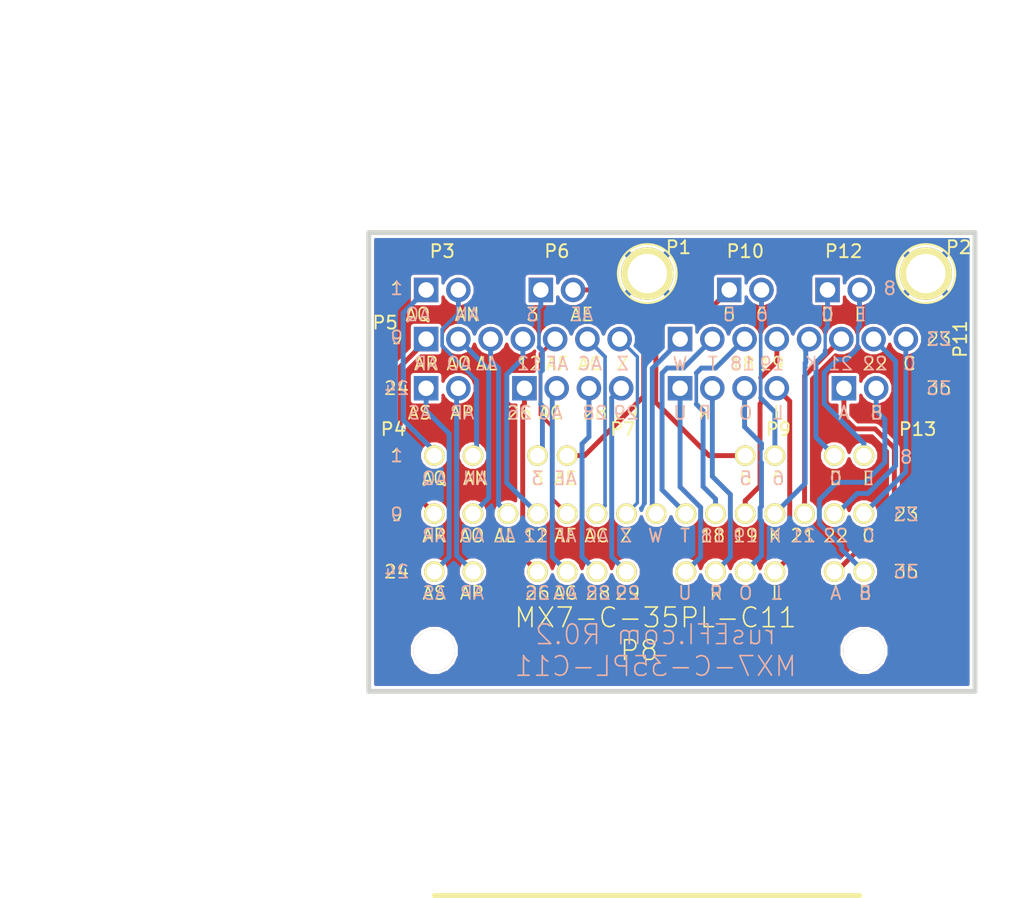
<source format=kicad_pcb>
(kicad_pcb (version 4) (host pcbnew 4.0.5)

  (general
    (links 36)
    (no_connects 0)
    (area 126.809499 163.639499 174.180501 199.580501)
    (thickness 1.6)
    (drawings 171)
    (tracks 188)
    (zones 0)
    (modules 13)
    (nets 37)
  )

  (page A portrait)
  (title_block
    (title "MX7-C-35PL-C11 Connector breakout")
    (date 2017-03-30)
    (rev R0.2)
    (company rusEFI)
  )

  (layers
    (0 F.Cu signal)
    (31 B.Cu signal)
    (33 F.Adhes user)
    (34 B.Paste user)
    (35 F.Paste user)
    (36 B.SilkS user)
    (37 F.SilkS user)
    (38 B.Mask user)
    (39 F.Mask user)
    (40 Dwgs.User user)
    (41 Cmts.User user)
    (42 Eco1.User user)
    (43 Eco2.User user)
    (44 Edge.Cuts user)
    (45 Margin user hide)
    (47 F.CrtYd user hide)
    (49 F.Fab user hide)
  )

  (setup
    (last_trace_width 0.254)
    (user_trace_width 0.2794)
    (user_trace_width 0.3048)
    (user_trace_width 0.381)
    (trace_clearance 0.1524)
    (zone_clearance 0.2286)
    (zone_45_only no)
    (trace_min 0.1524)
    (segment_width 0.381)
    (edge_width 0.381)
    (via_size 0.889)
    (via_drill 0.635)
    (via_min_size 0.889)
    (via_min_drill 0.508)
    (uvia_size 0.508)
    (uvia_drill 0.127)
    (uvias_allowed no)
    (uvia_min_size 0.508)
    (uvia_min_drill 0.127)
    (pcb_text_width 0.3048)
    (pcb_text_size 1.524 2.032)
    (mod_edge_width 0.381)
    (mod_text_size 1.524 1.524)
    (mod_text_width 0.3048)
    (pad_size 2.2 2.2)
    (pad_drill 2.2)
    (pad_to_mask_clearance 0.0762)
    (aux_axis_origin 127 199.39)
    (visible_elements 7FFFD66D)
    (pcbplotparams
      (layerselection 0x010f8_80000001)
      (usegerberextensions true)
      (excludeedgelayer true)
      (linewidth 0.150000)
      (plotframeref false)
      (viasonmask false)
      (mode 1)
      (useauxorigin false)
      (hpglpennumber 1)
      (hpglpenspeed 20)
      (hpglpendiameter 15)
      (hpglpenoverlay 2)
      (psnegative false)
      (psa4output false)
      (plotreference false)
      (plotvalue false)
      (plotinvisibletext false)
      (padsonsilk false)
      (subtractmaskfromsilk false)
      (outputformat 1)
      (mirror false)
      (drillshape 0)
      (scaleselection 1)
      (outputdirectory MX7-C-35PL-C11-gerber/))
  )

  (net 0 "")
  (net 1 GND)
  (net 2 /AQ)
  (net 3 /AN)
  (net 4 /AS)
  (net 5 /AP)
  (net 6 /AR)
  (net 7 /AO)
  (net 8 /AL)
  (net 9 /12)
  (net 10 /AF)
  (net 11 /AC)
  (net 12 /Z)
  (net 13 /3)
  (net 14 /AE)
  (net 15 /26)
  (net 16 /AG)
  (net 17 /28)
  (net 18 /29)
  (net 19 /5)
  (net 20 /6)
  (net 21 /D)
  (net 22 /F)
  (net 23 /W)
  (net 24 /T)
  (net 25 /18)
  (net 26 /19)
  (net 27 /K)
  (net 28 /21)
  (net 29 /22)
  (net 30 /C)
  (net 31 /U)
  (net 32 /R)
  (net 33 /O)
  (net 34 /L)
  (net 35 /A)
  (net 36 /B)

  (net_class Default "Это класс цепей по умолчанию."
    (clearance 0.1524)
    (trace_width 0.254)
    (via_dia 0.889)
    (via_drill 0.635)
    (uvia_dia 0.508)
    (uvia_drill 0.127)
    (add_net /12)
    (add_net /18)
    (add_net /19)
    (add_net /21)
    (add_net /22)
    (add_net /26)
    (add_net /28)
    (add_net /29)
    (add_net /3)
    (add_net /5)
    (add_net /6)
    (add_net /A)
    (add_net /AC)
    (add_net /AE)
    (add_net /AF)
    (add_net /AG)
    (add_net /AL)
    (add_net /AN)
    (add_net /AO)
    (add_net /AP)
    (add_net /AQ)
    (add_net /AR)
    (add_net /AS)
    (add_net /B)
    (add_net /C)
    (add_net /D)
    (add_net /F)
    (add_net /K)
    (add_net /L)
    (add_net /O)
    (add_net /R)
    (add_net /T)
    (add_net /U)
    (add_net /W)
    (add_net /Z)
    (add_net GND)
  )

  (module Molex_NanoFit_1x04x2.50mm_Straight (layer F.Cu) (tedit 58DDA416) (tstamp 5831D0AE)
    (at 139.065 175.895)
    (descr "Molex Nano Fit, single row, top entry, through hole, Datasheet:http://www.molex.com/pdm_docs/sd/1053091203_sd.pdf")
    (tags "connector molex nano-fit 105309-xx08")
    (path /58324C2C)
    (fp_text reference P7 (at 7.62 3.175) (layer F.SilkS)
      (effects (font (size 1 1) (thickness 0.15)))
    )
    (fp_text value CONN_01X04 (at 3.75 -4.5) (layer F.Fab) hide
      (effects (font (size 1 1) (thickness 0.15)))
    )
    (fp_line (start -1.72 -1.74) (end -1.72 1.74) (layer F.Fab) (width 0.05))
    (fp_line (start -1.72 1.74) (end 9.22 1.74) (layer F.Fab) (width 0.05))
    (fp_line (start 9.22 1.74) (end 9.22 -1.74) (layer F.Fab) (width 0.05))
    (fp_line (start 9.22 -1.74) (end -1.72 -1.74) (layer F.Fab) (width 0.05))
    (fp_line (start -2.2 -2.2) (end -2.2 2.2) (layer F.CrtYd) (width 0.05))
    (fp_line (start -2.2 2.2) (end 0.6 2.2) (layer F.CrtYd) (width 0.05))
    (fp_line (start 0.6 2.2) (end 0.6 5.05) (layer F.CrtYd) (width 0.05))
    (fp_line (start 0.6 5.05) (end 6.8 5.05) (layer F.CrtYd) (width 0.05))
    (fp_line (start 6.8 5.05) (end 6.8 2.2) (layer F.CrtYd) (width 0.05))
    (fp_line (start 6.8 2.2) (end 9.7 2.2) (layer F.CrtYd) (width 0.05))
    (fp_line (start 9.7 2.2) (end 9.7 -2.2) (layer F.CrtYd) (width 0.05))
    (fp_line (start 9.7 -2.2) (end -2.2 -2.2) (layer F.CrtYd) (width 0.05))
    (fp_line (start -1.1875 -1.1875) (end -1.1875 1.1875) (layer F.Fab) (width 0.05))
    (fp_line (start -1.1875 1.1875) (end 1.1875 1.1875) (layer F.Fab) (width 0.05))
    (fp_line (start 1.1875 1.1875) (end 1.1875 -1.1875) (layer F.Fab) (width 0.05))
    (fp_line (start 1.1875 -1.1875) (end -1.1875 -1.1875) (layer F.Fab) (width 0.05))
    (fp_line (start 1.3125 -1.1875) (end 1.3125 1.1875) (layer F.Fab) (width 0.05))
    (fp_line (start 1.3125 1.1875) (end 3.6875 1.1875) (layer F.Fab) (width 0.05))
    (fp_line (start 3.6875 1.1875) (end 3.6875 -1.1875) (layer F.Fab) (width 0.05))
    (fp_line (start 3.6875 -1.1875) (end 1.3125 -1.1875) (layer F.Fab) (width 0.05))
    (fp_line (start 3.8125 -1.1875) (end 3.8125 1.1875) (layer F.Fab) (width 0.05))
    (fp_line (start 3.8125 1.1875) (end 6.1875 1.1875) (layer F.Fab) (width 0.05))
    (fp_line (start 6.1875 1.1875) (end 6.1875 -1.1875) (layer F.Fab) (width 0.05))
    (fp_line (start 6.1875 -1.1875) (end 3.8125 -1.1875) (layer F.Fab) (width 0.05))
    (fp_line (start 6.3125 -1.1875) (end 6.3125 1.1875) (layer F.Fab) (width 0.05))
    (fp_line (start 6.3125 1.1875) (end 8.6875 1.1875) (layer F.Fab) (width 0.05))
    (fp_line (start 8.6875 1.1875) (end 8.6875 -1.1875) (layer F.Fab) (width 0.05))
    (fp_line (start 8.6875 -1.1875) (end 6.3125 -1.1875) (layer F.Fab) (width 0.05))
    (pad 1 thru_hole rect (at 0 0) (size 1.9 1.9) (drill 1.2) (layers *.Cu *.Mask)
      (net 15 /26))
    (pad 2 thru_hole circle (at 2.5 0) (size 1.9 1.9) (drill 1.2) (layers *.Cu *.Mask)
      (net 16 /AG))
    (pad 3 thru_hole circle (at 5 0) (size 1.9 1.9) (drill 1.2) (layers *.Cu *.Mask)
      (net 17 /28))
    (pad 4 thru_hole circle (at 7.5 0) (size 1.9 1.9) (drill 1.2) (layers *.Cu *.Mask)
      (net 18 /29))
    (model Connectors_Molex.3dshapes/Molex_NanoFit_1x04x2.50mm_Straight.wrl
      (at (xyz 0 0 0))
      (scale (xyz 1 1 1))
      (rotate (xyz 0 0 0))
    )
  )

  (module Molex_NanoFit_1x04x2.50mm_Straight (layer F.Cu) (tedit 58DDA40C) (tstamp 5831D10C)
    (at 151.13 175.895)
    (descr "Molex Nano Fit, single row, top entry, through hole, Datasheet:http://www.molex.com/pdm_docs/sd/1053091203_sd.pdf")
    (tags "connector molex nano-fit 105309-xx08")
    (path /583255DA)
    (fp_text reference P9 (at 7.62 3.175) (layer F.SilkS)
      (effects (font (size 1 1) (thickness 0.15)))
    )
    (fp_text value CONN_01X04 (at 3.75 -4.5) (layer F.Fab) hide
      (effects (font (size 1 1) (thickness 0.15)))
    )
    (fp_line (start -1.72 -1.74) (end -1.72 1.74) (layer F.Fab) (width 0.05))
    (fp_line (start -1.72 1.74) (end 9.22 1.74) (layer F.Fab) (width 0.05))
    (fp_line (start 9.22 1.74) (end 9.22 -1.74) (layer F.Fab) (width 0.05))
    (fp_line (start 9.22 -1.74) (end -1.72 -1.74) (layer F.Fab) (width 0.05))
    (fp_line (start -2.2 -2.2) (end -2.2 2.2) (layer F.CrtYd) (width 0.05))
    (fp_line (start -2.2 2.2) (end 0.6 2.2) (layer F.CrtYd) (width 0.05))
    (fp_line (start 0.6 2.2) (end 0.6 5.05) (layer F.CrtYd) (width 0.05))
    (fp_line (start 0.6 5.05) (end 6.8 5.05) (layer F.CrtYd) (width 0.05))
    (fp_line (start 6.8 5.05) (end 6.8 2.2) (layer F.CrtYd) (width 0.05))
    (fp_line (start 6.8 2.2) (end 9.7 2.2) (layer F.CrtYd) (width 0.05))
    (fp_line (start 9.7 2.2) (end 9.7 -2.2) (layer F.CrtYd) (width 0.05))
    (fp_line (start 9.7 -2.2) (end -2.2 -2.2) (layer F.CrtYd) (width 0.05))
    (fp_line (start -1.1875 -1.1875) (end -1.1875 1.1875) (layer F.Fab) (width 0.05))
    (fp_line (start -1.1875 1.1875) (end 1.1875 1.1875) (layer F.Fab) (width 0.05))
    (fp_line (start 1.1875 1.1875) (end 1.1875 -1.1875) (layer F.Fab) (width 0.05))
    (fp_line (start 1.1875 -1.1875) (end -1.1875 -1.1875) (layer F.Fab) (width 0.05))
    (fp_line (start 1.3125 -1.1875) (end 1.3125 1.1875) (layer F.Fab) (width 0.05))
    (fp_line (start 1.3125 1.1875) (end 3.6875 1.1875) (layer F.Fab) (width 0.05))
    (fp_line (start 3.6875 1.1875) (end 3.6875 -1.1875) (layer F.Fab) (width 0.05))
    (fp_line (start 3.6875 -1.1875) (end 1.3125 -1.1875) (layer F.Fab) (width 0.05))
    (fp_line (start 3.8125 -1.1875) (end 3.8125 1.1875) (layer F.Fab) (width 0.05))
    (fp_line (start 3.8125 1.1875) (end 6.1875 1.1875) (layer F.Fab) (width 0.05))
    (fp_line (start 6.1875 1.1875) (end 6.1875 -1.1875) (layer F.Fab) (width 0.05))
    (fp_line (start 6.1875 -1.1875) (end 3.8125 -1.1875) (layer F.Fab) (width 0.05))
    (fp_line (start 6.3125 -1.1875) (end 6.3125 1.1875) (layer F.Fab) (width 0.05))
    (fp_line (start 6.3125 1.1875) (end 8.6875 1.1875) (layer F.Fab) (width 0.05))
    (fp_line (start 8.6875 1.1875) (end 8.6875 -1.1875) (layer F.Fab) (width 0.05))
    (fp_line (start 8.6875 -1.1875) (end 6.3125 -1.1875) (layer F.Fab) (width 0.05))
    (pad 1 thru_hole rect (at 0 0) (size 1.9 1.9) (drill 1.2) (layers *.Cu *.Mask)
      (net 31 /U))
    (pad 2 thru_hole circle (at 2.5 0) (size 1.9 1.9) (drill 1.2) (layers *.Cu *.Mask)
      (net 32 /R))
    (pad 3 thru_hole circle (at 5 0) (size 1.9 1.9) (drill 1.2) (layers *.Cu *.Mask)
      (net 33 /O))
    (pad 4 thru_hole circle (at 7.5 0) (size 1.9 1.9) (drill 1.2) (layers *.Cu *.Mask)
      (net 34 /L))
    (model Connectors_Molex.3dshapes/Molex_NanoFit_1x04x2.50mm_Straight.wrl
      (at (xyz 0 0 0))
      (scale (xyz 1 1 1))
      (rotate (xyz 0 0 0))
    )
  )

  (module Molex_NanoFit_1x02x2.50mm_Straight (layer F.Cu) (tedit 58DDA3F3) (tstamp 5831D1E1)
    (at 163.83 175.895)
    (descr "Molex Nano Fit, single row, top entry, through hole, Datasheet:http://www.molex.com/pdm_docs/sd/1053091203_sd.pdf")
    (tags "connector molex nano-fit 105309-xx04")
    (path /5832215E)
    (fp_text reference P13 (at 5.715 3.175) (layer F.SilkS)
      (effects (font (size 1 1) (thickness 0.15)))
    )
    (fp_text value CONN_01X02 (at 1.25 -4.5) (layer F.Fab) hide
      (effects (font (size 1 1) (thickness 0.15)))
    )
    (fp_line (start -1.72 -1.74) (end -1.72 1.74) (layer F.Fab) (width 0.05))
    (fp_line (start -1.72 1.74) (end 4.22 1.74) (layer F.Fab) (width 0.05))
    (fp_line (start 4.22 1.74) (end 4.22 -1.74) (layer F.Fab) (width 0.05))
    (fp_line (start 4.22 -1.74) (end -1.72 -1.74) (layer F.Fab) (width 0.05))
    (fp_line (start -2.2 -2.2) (end -2.2 2.2) (layer F.CrtYd) (width 0.05))
    (fp_line (start -2.2 2.2) (end -1.85 2.2) (layer F.CrtYd) (width 0.05))
    (fp_line (start -1.85 2.2) (end -1.85 5.05) (layer F.CrtYd) (width 0.05))
    (fp_line (start -1.85 5.05) (end 4.3 5.05) (layer F.CrtYd) (width 0.05))
    (fp_line (start 4.3 5.05) (end 4.3 2.2) (layer F.CrtYd) (width 0.05))
    (fp_line (start 4.3 2.2) (end 4.7 2.2) (layer F.CrtYd) (width 0.05))
    (fp_line (start 4.7 2.2) (end 4.7 -2.2) (layer F.CrtYd) (width 0.05))
    (fp_line (start 4.7 -2.2) (end -2.2 -2.2) (layer F.CrtYd) (width 0.05))
    (fp_line (start -1.1875 -1.1875) (end -1.1875 1.1875) (layer F.Fab) (width 0.05))
    (fp_line (start -1.1875 1.1875) (end 1.1875 1.1875) (layer F.Fab) (width 0.05))
    (fp_line (start 1.1875 1.1875) (end 1.1875 -1.1875) (layer F.Fab) (width 0.05))
    (fp_line (start 1.1875 -1.1875) (end -1.1875 -1.1875) (layer F.Fab) (width 0.05))
    (fp_line (start 1.3125 -1.1875) (end 1.3125 1.1875) (layer F.Fab) (width 0.05))
    (fp_line (start 1.3125 1.1875) (end 3.6875 1.1875) (layer F.Fab) (width 0.05))
    (fp_line (start 3.6875 1.1875) (end 3.6875 -1.1875) (layer F.Fab) (width 0.05))
    (fp_line (start 3.6875 -1.1875) (end 1.3125 -1.1875) (layer F.Fab) (width 0.05))
    (pad 1 thru_hole rect (at 0 0) (size 1.9 1.9) (drill 1.2) (layers *.Cu *.Mask)
      (net 35 /A))
    (pad 2 thru_hole circle (at 2.5 0) (size 1.9 1.9) (drill 1.2) (layers *.Cu *.Mask)
      (net 36 /B))
    (model Connectors_Molex.3dshapes/Molex_NanoFit_1x02x2.50mm_Straight.wrl
      (at (xyz 0 0 0))
      (scale (xyz 1 1 1))
      (rotate (xyz 0 0 0))
    )
  )

  (module Molex_NanoFit_1x02x2.50mm_Straight (layer F.Cu) (tedit 58DDA3CC) (tstamp 5831D014)
    (at 131.445 175.895)
    (descr "Molex Nano Fit, single row, top entry, through hole, Datasheet:http://www.molex.com/pdm_docs/sd/1053091203_sd.pdf")
    (tags "connector molex nano-fit 105309-xx04")
    (path /5832208E)
    (fp_text reference P4 (at -2.54 3.175) (layer F.SilkS)
      (effects (font (size 1 1) (thickness 0.15)))
    )
    (fp_text value CONN_01X02 (at 1.25 -4.5) (layer F.Fab) hide
      (effects (font (size 1 1) (thickness 0.15)))
    )
    (fp_line (start -1.72 -1.74) (end -1.72 1.74) (layer F.Fab) (width 0.05))
    (fp_line (start -1.72 1.74) (end 4.22 1.74) (layer F.Fab) (width 0.05))
    (fp_line (start 4.22 1.74) (end 4.22 -1.74) (layer F.Fab) (width 0.05))
    (fp_line (start 4.22 -1.74) (end -1.72 -1.74) (layer F.Fab) (width 0.05))
    (fp_line (start -2.2 -2.2) (end -2.2 2.2) (layer F.CrtYd) (width 0.05))
    (fp_line (start -2.2 2.2) (end -1.85 2.2) (layer F.CrtYd) (width 0.05))
    (fp_line (start -1.85 2.2) (end -1.85 5.05) (layer F.CrtYd) (width 0.05))
    (fp_line (start -1.85 5.05) (end 4.3 5.05) (layer F.CrtYd) (width 0.05))
    (fp_line (start 4.3 5.05) (end 4.3 2.2) (layer F.CrtYd) (width 0.05))
    (fp_line (start 4.3 2.2) (end 4.7 2.2) (layer F.CrtYd) (width 0.05))
    (fp_line (start 4.7 2.2) (end 4.7 -2.2) (layer F.CrtYd) (width 0.05))
    (fp_line (start 4.7 -2.2) (end -2.2 -2.2) (layer F.CrtYd) (width 0.05))
    (fp_line (start -1.1875 -1.1875) (end -1.1875 1.1875) (layer F.Fab) (width 0.05))
    (fp_line (start -1.1875 1.1875) (end 1.1875 1.1875) (layer F.Fab) (width 0.05))
    (fp_line (start 1.1875 1.1875) (end 1.1875 -1.1875) (layer F.Fab) (width 0.05))
    (fp_line (start 1.1875 -1.1875) (end -1.1875 -1.1875) (layer F.Fab) (width 0.05))
    (fp_line (start 1.3125 -1.1875) (end 1.3125 1.1875) (layer F.Fab) (width 0.05))
    (fp_line (start 1.3125 1.1875) (end 3.6875 1.1875) (layer F.Fab) (width 0.05))
    (fp_line (start 3.6875 1.1875) (end 3.6875 -1.1875) (layer F.Fab) (width 0.05))
    (fp_line (start 3.6875 -1.1875) (end 1.3125 -1.1875) (layer F.Fab) (width 0.05))
    (pad 1 thru_hole rect (at 0 0) (size 1.9 1.9) (drill 1.2) (layers *.Cu *.Mask)
      (net 4 /AS))
    (pad 2 thru_hole circle (at 2.5 0) (size 1.9 1.9) (drill 1.2) (layers *.Cu *.Mask)
      (net 5 /AP))
    (model Connectors_Molex.3dshapes/Molex_NanoFit_1x02x2.50mm_Straight.wrl
      (at (xyz 0 0 0))
      (scale (xyz 1 1 1))
      (rotate (xyz 0 0 0))
    )
  )

  (module Molex_NanoFit_1x07x2.50mm_Straight (layer F.Cu) (tedit 58DDA3B3) (tstamp 5831D03F)
    (at 131.445 172.085)
    (descr "Molex Nano Fit, single row, top entry, through hole, Datasheet:http://www.molex.com/pdm_docs/sd/1053091203_sd.pdf")
    (tags "connector molex nano-fit 105309-xx14")
    (path /5832438A)
    (fp_text reference P5 (at -3.175 -1.27) (layer F.SilkS)
      (effects (font (size 1 1) (thickness 0.15)))
    )
    (fp_text value CONN_01X07 (at 7.5 -4.5) (layer F.Fab) hide
      (effects (font (size 1 1) (thickness 0.15)))
    )
    (fp_line (start -1.72 -1.74) (end -1.72 1.74) (layer F.Fab) (width 0.05))
    (fp_line (start -1.72 1.74) (end 16.72 1.74) (layer F.Fab) (width 0.05))
    (fp_line (start 16.72 1.74) (end 16.72 -1.74) (layer F.Fab) (width 0.05))
    (fp_line (start 16.72 -1.74) (end -1.72 -1.74) (layer F.Fab) (width 0.05))
    (fp_line (start -2.2 -2.2) (end -2.2 2.2) (layer F.CrtYd) (width 0.05))
    (fp_line (start -2.2 2.2) (end 4.4 2.2) (layer F.CrtYd) (width 0.05))
    (fp_line (start 4.4 2.2) (end 4.4 5.05) (layer F.CrtYd) (width 0.05))
    (fp_line (start 4.4 5.05) (end 10.55 5.05) (layer F.CrtYd) (width 0.05))
    (fp_line (start 10.55 5.05) (end 10.55 2.2) (layer F.CrtYd) (width 0.05))
    (fp_line (start 10.55 2.2) (end 17.2 2.2) (layer F.CrtYd) (width 0.05))
    (fp_line (start 17.2 2.2) (end 17.2 -2.2) (layer F.CrtYd) (width 0.05))
    (fp_line (start 17.2 -2.2) (end -2.2 -2.2) (layer F.CrtYd) (width 0.05))
    (fp_line (start -1.1875 -1.1875) (end -1.1875 1.1875) (layer F.Fab) (width 0.05))
    (fp_line (start -1.1875 1.1875) (end 1.1875 1.1875) (layer F.Fab) (width 0.05))
    (fp_line (start 1.1875 1.1875) (end 1.1875 -1.1875) (layer F.Fab) (width 0.05))
    (fp_line (start 1.1875 -1.1875) (end -1.1875 -1.1875) (layer F.Fab) (width 0.05))
    (fp_line (start 1.3125 -1.1875) (end 1.3125 1.1875) (layer F.Fab) (width 0.05))
    (fp_line (start 1.3125 1.1875) (end 3.6875 1.1875) (layer F.Fab) (width 0.05))
    (fp_line (start 3.6875 1.1875) (end 3.6875 -1.1875) (layer F.Fab) (width 0.05))
    (fp_line (start 3.6875 -1.1875) (end 1.3125 -1.1875) (layer F.Fab) (width 0.05))
    (fp_line (start 3.8125 -1.1875) (end 3.8125 1.1875) (layer F.Fab) (width 0.05))
    (fp_line (start 3.8125 1.1875) (end 6.1875 1.1875) (layer F.Fab) (width 0.05))
    (fp_line (start 6.1875 1.1875) (end 6.1875 -1.1875) (layer F.Fab) (width 0.05))
    (fp_line (start 6.1875 -1.1875) (end 3.8125 -1.1875) (layer F.Fab) (width 0.05))
    (fp_line (start 6.3125 -1.1875) (end 6.3125 1.1875) (layer F.Fab) (width 0.05))
    (fp_line (start 6.3125 1.1875) (end 8.6875 1.1875) (layer F.Fab) (width 0.05))
    (fp_line (start 8.6875 1.1875) (end 8.6875 -1.1875) (layer F.Fab) (width 0.05))
    (fp_line (start 8.6875 -1.1875) (end 6.3125 -1.1875) (layer F.Fab) (width 0.05))
    (fp_line (start 8.8125 -1.1875) (end 8.8125 1.1875) (layer F.Fab) (width 0.05))
    (fp_line (start 8.8125 1.1875) (end 11.1875 1.1875) (layer F.Fab) (width 0.05))
    (fp_line (start 11.1875 1.1875) (end 11.1875 -1.1875) (layer F.Fab) (width 0.05))
    (fp_line (start 11.1875 -1.1875) (end 8.8125 -1.1875) (layer F.Fab) (width 0.05))
    (fp_line (start 11.3125 -1.1875) (end 11.3125 1.1875) (layer F.Fab) (width 0.05))
    (fp_line (start 11.3125 1.1875) (end 13.6875 1.1875) (layer F.Fab) (width 0.05))
    (fp_line (start 13.6875 1.1875) (end 13.6875 -1.1875) (layer F.Fab) (width 0.05))
    (fp_line (start 13.6875 -1.1875) (end 11.3125 -1.1875) (layer F.Fab) (width 0.05))
    (fp_line (start 13.8125 -1.1875) (end 13.8125 1.1875) (layer F.Fab) (width 0.05))
    (fp_line (start 13.8125 1.1875) (end 16.1875 1.1875) (layer F.Fab) (width 0.05))
    (fp_line (start 16.1875 1.1875) (end 16.1875 -1.1875) (layer F.Fab) (width 0.05))
    (fp_line (start 16.1875 -1.1875) (end 13.8125 -1.1875) (layer F.Fab) (width 0.05))
    (pad 1 thru_hole rect (at 0 0) (size 1.9 1.9) (drill 1.2) (layers *.Cu *.Mask)
      (net 6 /AR))
    (pad 2 thru_hole circle (at 2.5 0) (size 1.9 1.9) (drill 1.2) (layers *.Cu *.Mask)
      (net 7 /AO))
    (pad 3 thru_hole circle (at 5 0) (size 1.9 1.9) (drill 1.2) (layers *.Cu *.Mask)
      (net 8 /AL))
    (pad 4 thru_hole circle (at 7.5 0) (size 1.9 1.9) (drill 1.2) (layers *.Cu *.Mask)
      (net 9 /12))
    (pad 5 thru_hole circle (at 10 0) (size 1.9 1.9) (drill 1.2) (layers *.Cu *.Mask)
      (net 10 /AF))
    (pad 6 thru_hole circle (at 12.5 0) (size 1.9 1.9) (drill 1.2) (layers *.Cu *.Mask)
      (net 11 /AC))
    (pad 7 thru_hole circle (at 15 0) (size 1.9 1.9) (drill 1.2) (layers *.Cu *.Mask)
      (net 12 /Z))
    (model Connectors_Molex.3dshapes/Molex_NanoFit_1x07x2.50mm_Straight.wrl
      (at (xyz 0 0 0))
      (scale (xyz 1 1 1))
      (rotate (xyz 0 0 0))
    )
  )

  (module Molex_NanoFit_1x08x2.50mm_Straight (layer F.Cu) (tedit 58DFAB1F) (tstamp 5831D16D)
    (at 151.13 172.085)
    (descr "Molex Nano Fit, single row, top entry, through hole, Datasheet:http://www.molex.com/pdm_docs/sd/1053091203_sd.pdf")
    (tags "connector molex nano-fit 105309-xx16")
    (path /57F1CB2B)
    (fp_text reference P11 (at 21.717 0 90) (layer F.SilkS)
      (effects (font (size 1 1) (thickness 0.15)))
    )
    (fp_text value CONN_01X08 (at 8.75 -4.5) (layer F.Fab) hide
      (effects (font (size 1 1) (thickness 0.15)))
    )
    (fp_line (start -1.72 -1.74) (end -1.72 1.74) (layer F.Fab) (width 0.05))
    (fp_line (start -1.72 1.74) (end 19.22 1.74) (layer F.Fab) (width 0.05))
    (fp_line (start 19.22 1.74) (end 19.22 -1.74) (layer F.Fab) (width 0.05))
    (fp_line (start 19.22 -1.74) (end -1.72 -1.74) (layer F.Fab) (width 0.05))
    (fp_line (start -2.2 -2.2) (end -2.2 2.2) (layer F.CrtYd) (width 0.05))
    (fp_line (start -2.2 2.2) (end 5.65 2.2) (layer F.CrtYd) (width 0.05))
    (fp_line (start 5.65 2.2) (end 5.65 5.05) (layer F.CrtYd) (width 0.05))
    (fp_line (start 5.65 5.05) (end 11.8 5.05) (layer F.CrtYd) (width 0.05))
    (fp_line (start 11.8 5.05) (end 11.8 2.2) (layer F.CrtYd) (width 0.05))
    (fp_line (start 11.8 2.2) (end 19.7 2.2) (layer F.CrtYd) (width 0.05))
    (fp_line (start 19.7 2.2) (end 19.7 -2.2) (layer F.CrtYd) (width 0.05))
    (fp_line (start 19.7 -2.2) (end -2.2 -2.2) (layer F.CrtYd) (width 0.05))
    (fp_line (start -1.1875 -1.1875) (end -1.1875 1.1875) (layer F.Fab) (width 0.05))
    (fp_line (start -1.1875 1.1875) (end 1.1875 1.1875) (layer F.Fab) (width 0.05))
    (fp_line (start 1.1875 1.1875) (end 1.1875 -1.1875) (layer F.Fab) (width 0.05))
    (fp_line (start 1.1875 -1.1875) (end -1.1875 -1.1875) (layer F.Fab) (width 0.05))
    (fp_line (start 1.3125 -1.1875) (end 1.3125 1.1875) (layer F.Fab) (width 0.05))
    (fp_line (start 1.3125 1.1875) (end 3.6875 1.1875) (layer F.Fab) (width 0.05))
    (fp_line (start 3.6875 1.1875) (end 3.6875 -1.1875) (layer F.Fab) (width 0.05))
    (fp_line (start 3.6875 -1.1875) (end 1.3125 -1.1875) (layer F.Fab) (width 0.05))
    (fp_line (start 3.8125 -1.1875) (end 3.8125 1.1875) (layer F.Fab) (width 0.05))
    (fp_line (start 3.8125 1.1875) (end 6.1875 1.1875) (layer F.Fab) (width 0.05))
    (fp_line (start 6.1875 1.1875) (end 6.1875 -1.1875) (layer F.Fab) (width 0.05))
    (fp_line (start 6.1875 -1.1875) (end 3.8125 -1.1875) (layer F.Fab) (width 0.05))
    (fp_line (start 6.3125 -1.1875) (end 6.3125 1.1875) (layer F.Fab) (width 0.05))
    (fp_line (start 6.3125 1.1875) (end 8.6875 1.1875) (layer F.Fab) (width 0.05))
    (fp_line (start 8.6875 1.1875) (end 8.6875 -1.1875) (layer F.Fab) (width 0.05))
    (fp_line (start 8.6875 -1.1875) (end 6.3125 -1.1875) (layer F.Fab) (width 0.05))
    (fp_line (start 8.8125 -1.1875) (end 8.8125 1.1875) (layer F.Fab) (width 0.05))
    (fp_line (start 8.8125 1.1875) (end 11.1875 1.1875) (layer F.Fab) (width 0.05))
    (fp_line (start 11.1875 1.1875) (end 11.1875 -1.1875) (layer F.Fab) (width 0.05))
    (fp_line (start 11.1875 -1.1875) (end 8.8125 -1.1875) (layer F.Fab) (width 0.05))
    (fp_line (start 11.3125 -1.1875) (end 11.3125 1.1875) (layer F.Fab) (width 0.05))
    (fp_line (start 11.3125 1.1875) (end 13.6875 1.1875) (layer F.Fab) (width 0.05))
    (fp_line (start 13.6875 1.1875) (end 13.6875 -1.1875) (layer F.Fab) (width 0.05))
    (fp_line (start 13.6875 -1.1875) (end 11.3125 -1.1875) (layer F.Fab) (width 0.05))
    (fp_line (start 13.8125 -1.1875) (end 13.8125 1.1875) (layer F.Fab) (width 0.05))
    (fp_line (start 13.8125 1.1875) (end 16.1875 1.1875) (layer F.Fab) (width 0.05))
    (fp_line (start 16.1875 1.1875) (end 16.1875 -1.1875) (layer F.Fab) (width 0.05))
    (fp_line (start 16.1875 -1.1875) (end 13.8125 -1.1875) (layer F.Fab) (width 0.05))
    (fp_line (start 16.3125 -1.1875) (end 16.3125 1.1875) (layer F.Fab) (width 0.05))
    (fp_line (start 16.3125 1.1875) (end 18.6875 1.1875) (layer F.Fab) (width 0.05))
    (fp_line (start 18.6875 1.1875) (end 18.6875 -1.1875) (layer F.Fab) (width 0.05))
    (fp_line (start 18.6875 -1.1875) (end 16.3125 -1.1875) (layer F.Fab) (width 0.05))
    (pad 1 thru_hole rect (at 0 0) (size 1.9 1.9) (drill 1.2) (layers *.Cu *.Mask)
      (net 23 /W))
    (pad 2 thru_hole circle (at 2.5 0) (size 1.9 1.9) (drill 1.2) (layers *.Cu *.Mask)
      (net 24 /T))
    (pad 3 thru_hole circle (at 5 0) (size 1.9 1.9) (drill 1.2) (layers *.Cu *.Mask)
      (net 25 /18))
    (pad 4 thru_hole circle (at 7.5 0) (size 1.9 1.9) (drill 1.2) (layers *.Cu *.Mask)
      (net 26 /19))
    (pad 5 thru_hole circle (at 10 0) (size 1.9 1.9) (drill 1.2) (layers *.Cu *.Mask)
      (net 27 /K))
    (pad 6 thru_hole circle (at 12.5 0) (size 1.9 1.9) (drill 1.2) (layers *.Cu *.Mask)
      (net 28 /21))
    (pad 7 thru_hole circle (at 15 0) (size 1.9 1.9) (drill 1.2) (layers *.Cu *.Mask)
      (net 29 /22))
    (pad 8 thru_hole circle (at 17.5 0) (size 1.9 1.9) (drill 1.2) (layers *.Cu *.Mask)
      (net 30 /C))
    (model Connectors_Molex.3dshapes/Molex_NanoFit_1x08x2.50mm_Straight.wrl
      (at (xyz 0 0 0))
      (scale (xyz 1 1 1))
      (rotate (xyz 0 0 0))
    )
  )

  (module Molex_NanoFit_1x02x2.50mm_Straight (layer F.Cu) (tedit 58DDA39B) (tstamp 5831D1B6)
    (at 162.56 168.275)
    (descr "Molex Nano Fit, single row, top entry, through hole, Datasheet:http://www.molex.com/pdm_docs/sd/1053091203_sd.pdf")
    (tags "connector molex nano-fit 105309-xx04")
    (path /58322012)
    (fp_text reference P12 (at 1.25 -3) (layer F.SilkS)
      (effects (font (size 1 1) (thickness 0.15)))
    )
    (fp_text value CONN_01X02 (at 1.25 -4.5) (layer F.Fab) hide
      (effects (font (size 1 1) (thickness 0.15)))
    )
    (fp_line (start -1.72 -1.74) (end -1.72 1.74) (layer F.Fab) (width 0.05))
    (fp_line (start -1.72 1.74) (end 4.22 1.74) (layer F.Fab) (width 0.05))
    (fp_line (start 4.22 1.74) (end 4.22 -1.74) (layer F.Fab) (width 0.05))
    (fp_line (start 4.22 -1.74) (end -1.72 -1.74) (layer F.Fab) (width 0.05))
    (fp_line (start -2.2 -2.2) (end -2.2 2.2) (layer F.CrtYd) (width 0.05))
    (fp_line (start -2.2 2.2) (end -1.85 2.2) (layer F.CrtYd) (width 0.05))
    (fp_line (start -1.85 2.2) (end -1.85 5.05) (layer F.CrtYd) (width 0.05))
    (fp_line (start -1.85 5.05) (end 4.3 5.05) (layer F.CrtYd) (width 0.05))
    (fp_line (start 4.3 5.05) (end 4.3 2.2) (layer F.CrtYd) (width 0.05))
    (fp_line (start 4.3 2.2) (end 4.7 2.2) (layer F.CrtYd) (width 0.05))
    (fp_line (start 4.7 2.2) (end 4.7 -2.2) (layer F.CrtYd) (width 0.05))
    (fp_line (start 4.7 -2.2) (end -2.2 -2.2) (layer F.CrtYd) (width 0.05))
    (fp_line (start -1.1875 -1.1875) (end -1.1875 1.1875) (layer F.Fab) (width 0.05))
    (fp_line (start -1.1875 1.1875) (end 1.1875 1.1875) (layer F.Fab) (width 0.05))
    (fp_line (start 1.1875 1.1875) (end 1.1875 -1.1875) (layer F.Fab) (width 0.05))
    (fp_line (start 1.1875 -1.1875) (end -1.1875 -1.1875) (layer F.Fab) (width 0.05))
    (fp_line (start 1.3125 -1.1875) (end 1.3125 1.1875) (layer F.Fab) (width 0.05))
    (fp_line (start 1.3125 1.1875) (end 3.6875 1.1875) (layer F.Fab) (width 0.05))
    (fp_line (start 3.6875 1.1875) (end 3.6875 -1.1875) (layer F.Fab) (width 0.05))
    (fp_line (start 3.6875 -1.1875) (end 1.3125 -1.1875) (layer F.Fab) (width 0.05))
    (pad 1 thru_hole rect (at 0 0) (size 1.9 1.9) (drill 1.2) (layers *.Cu *.Mask)
      (net 21 /D))
    (pad 2 thru_hole circle (at 2.5 0) (size 1.9 1.9) (drill 1.2) (layers *.Cu *.Mask)
      (net 22 /F))
    (model Connectors_Molex.3dshapes/Molex_NanoFit_1x02x2.50mm_Straight.wrl
      (at (xyz 0 0 0))
      (scale (xyz 1 1 1))
      (rotate (xyz 0 0 0))
    )
  )

  (module Molex_NanoFit_1x02x2.50mm_Straight (layer F.Cu) (tedit 58DDA38F) (tstamp 5831D16C)
    (at 154.94 168.275)
    (descr "Molex Nano Fit, single row, top entry, through hole, Datasheet:http://www.molex.com/pdm_docs/sd/1053091203_sd.pdf")
    (tags "connector molex nano-fit 105309-xx04")
    (path /58321FB2)
    (fp_text reference P10 (at 1.25 -3) (layer F.SilkS)
      (effects (font (size 1 1) (thickness 0.15)))
    )
    (fp_text value CONN_01X02 (at 1.25 -4.5) (layer F.Fab) hide
      (effects (font (size 1 1) (thickness 0.15)))
    )
    (fp_line (start -1.72 -1.74) (end -1.72 1.74) (layer F.Fab) (width 0.05))
    (fp_line (start -1.72 1.74) (end 4.22 1.74) (layer F.Fab) (width 0.05))
    (fp_line (start 4.22 1.74) (end 4.22 -1.74) (layer F.Fab) (width 0.05))
    (fp_line (start 4.22 -1.74) (end -1.72 -1.74) (layer F.Fab) (width 0.05))
    (fp_line (start -2.2 -2.2) (end -2.2 2.2) (layer F.CrtYd) (width 0.05))
    (fp_line (start -2.2 2.2) (end -1.85 2.2) (layer F.CrtYd) (width 0.05))
    (fp_line (start -1.85 2.2) (end -1.85 5.05) (layer F.CrtYd) (width 0.05))
    (fp_line (start -1.85 5.05) (end 4.3 5.05) (layer F.CrtYd) (width 0.05))
    (fp_line (start 4.3 5.05) (end 4.3 2.2) (layer F.CrtYd) (width 0.05))
    (fp_line (start 4.3 2.2) (end 4.7 2.2) (layer F.CrtYd) (width 0.05))
    (fp_line (start 4.7 2.2) (end 4.7 -2.2) (layer F.CrtYd) (width 0.05))
    (fp_line (start 4.7 -2.2) (end -2.2 -2.2) (layer F.CrtYd) (width 0.05))
    (fp_line (start -1.1875 -1.1875) (end -1.1875 1.1875) (layer F.Fab) (width 0.05))
    (fp_line (start -1.1875 1.1875) (end 1.1875 1.1875) (layer F.Fab) (width 0.05))
    (fp_line (start 1.1875 1.1875) (end 1.1875 -1.1875) (layer F.Fab) (width 0.05))
    (fp_line (start 1.1875 -1.1875) (end -1.1875 -1.1875) (layer F.Fab) (width 0.05))
    (fp_line (start 1.3125 -1.1875) (end 1.3125 1.1875) (layer F.Fab) (width 0.05))
    (fp_line (start 1.3125 1.1875) (end 3.6875 1.1875) (layer F.Fab) (width 0.05))
    (fp_line (start 3.6875 1.1875) (end 3.6875 -1.1875) (layer F.Fab) (width 0.05))
    (fp_line (start 3.6875 -1.1875) (end 1.3125 -1.1875) (layer F.Fab) (width 0.05))
    (pad 1 thru_hole rect (at 0 0) (size 1.9 1.9) (drill 1.2) (layers *.Cu *.Mask)
      (net 19 /5))
    (pad 2 thru_hole circle (at 2.5 0) (size 1.9 1.9) (drill 1.2) (layers *.Cu *.Mask)
      (net 20 /6))
    (model Connectors_Molex.3dshapes/Molex_NanoFit_1x02x2.50mm_Straight.wrl
      (at (xyz 0 0 0))
      (scale (xyz 1 1 1))
      (rotate (xyz 0 0 0))
    )
  )

  (module Molex_NanoFit_1x02x2.50mm_Straight (layer F.Cu) (tedit 58DDA383) (tstamp 5831D083)
    (at 140.335 168.275)
    (descr "Molex Nano Fit, single row, top entry, through hole, Datasheet:http://www.molex.com/pdm_docs/sd/1053091203_sd.pdf")
    (tags "connector molex nano-fit 105309-xx04")
    (path /58321F53)
    (fp_text reference P6 (at 1.25 -3) (layer F.SilkS)
      (effects (font (size 1 1) (thickness 0.15)))
    )
    (fp_text value CONN_01X02 (at 1.25 -4.5) (layer F.Fab) hide
      (effects (font (size 1 1) (thickness 0.15)))
    )
    (fp_line (start -1.72 -1.74) (end -1.72 1.74) (layer F.Fab) (width 0.05))
    (fp_line (start -1.72 1.74) (end 4.22 1.74) (layer F.Fab) (width 0.05))
    (fp_line (start 4.22 1.74) (end 4.22 -1.74) (layer F.Fab) (width 0.05))
    (fp_line (start 4.22 -1.74) (end -1.72 -1.74) (layer F.Fab) (width 0.05))
    (fp_line (start -2.2 -2.2) (end -2.2 2.2) (layer F.CrtYd) (width 0.05))
    (fp_line (start -2.2 2.2) (end -1.85 2.2) (layer F.CrtYd) (width 0.05))
    (fp_line (start -1.85 2.2) (end -1.85 5.05) (layer F.CrtYd) (width 0.05))
    (fp_line (start 4.3 5.05) (end 4.3 2.2) (layer F.CrtYd) (width 0.05))
    (fp_line (start 4.3 2.2) (end 4.7 2.2) (layer F.CrtYd) (width 0.05))
    (fp_line (start 4.7 2.2) (end 4.7 -2.2) (layer F.CrtYd) (width 0.05))
    (fp_line (start 4.7 -2.2) (end -2.2 -2.2) (layer F.CrtYd) (width 0.05))
    (fp_line (start -1.1875 -1.1875) (end -1.1875 1.1875) (layer F.Fab) (width 0.05))
    (fp_line (start -1.1875 1.1875) (end 1.1875 1.1875) (layer F.Fab) (width 0.05))
    (fp_line (start 1.1875 1.1875) (end 1.1875 -1.1875) (layer F.Fab) (width 0.05))
    (fp_line (start 1.1875 -1.1875) (end -1.1875 -1.1875) (layer F.Fab) (width 0.05))
    (fp_line (start 1.3125 -1.1875) (end 1.3125 1.1875) (layer F.Fab) (width 0.05))
    (fp_line (start 1.3125 1.1875) (end 3.6875 1.1875) (layer F.Fab) (width 0.05))
    (fp_line (start 3.6875 1.1875) (end 3.6875 -1.1875) (layer F.Fab) (width 0.05))
    (fp_line (start 3.6875 -1.1875) (end 1.3125 -1.1875) (layer F.Fab) (width 0.05))
    (pad 1 thru_hole rect (at 0 0) (size 1.9 1.9) (drill 1.2) (layers *.Cu *.Mask)
      (net 13 /3))
    (pad 2 thru_hole circle (at 2.5 0) (size 1.9 1.9) (drill 1.2) (layers *.Cu *.Mask)
      (net 14 /AE))
    (model Connectors_Molex.3dshapes/Molex_NanoFit_1x02x2.50mm_Straight.wrl
      (at (xyz 0 0 0))
      (scale (xyz 1 1 1))
      (rotate (xyz 0 0 0))
    )
  )

  (module Molex_NanoFit_1x02x2.50mm_Straight (layer F.Cu) (tedit 58DDA377) (tstamp 5831CFE9)
    (at 131.445 168.275)
    (descr "Molex Nano Fit, single row, top entry, through hole, Datasheet:http://www.molex.com/pdm_docs/sd/1053091203_sd.pdf")
    (tags "connector molex nano-fit 105309-xx04")
    (path /58320E27)
    (fp_text reference P3 (at 1.25 -3) (layer F.SilkS)
      (effects (font (size 1 1) (thickness 0.15)))
    )
    (fp_text value CONN_01X02 (at 1.25 -4.5) (layer F.Fab) hide
      (effects (font (size 1 1) (thickness 0.15)))
    )
    (fp_line (start -1.72 -1.74) (end -1.72 1.74) (layer F.Fab) (width 0.05))
    (fp_line (start -1.72 1.74) (end 4.22 1.74) (layer F.Fab) (width 0.05))
    (fp_line (start 4.22 1.74) (end 4.22 -1.74) (layer F.Fab) (width 0.05))
    (fp_line (start 4.22 -1.74) (end -1.72 -1.74) (layer F.Fab) (width 0.05))
    (fp_line (start -1.1875 -1.1875) (end -1.1875 1.1875) (layer F.Fab) (width 0.05))
    (fp_line (start -1.1875 1.1875) (end 1.1875 1.1875) (layer F.Fab) (width 0.05))
    (fp_line (start 1.1875 1.1875) (end 1.1875 -1.1875) (layer F.Fab) (width 0.05))
    (fp_line (start 1.1875 -1.1875) (end -1.1875 -1.1875) (layer F.Fab) (width 0.05))
    (fp_line (start 1.3125 -1.1875) (end 1.3125 1.1875) (layer F.Fab) (width 0.05))
    (fp_line (start 1.3125 1.1875) (end 3.6875 1.1875) (layer F.Fab) (width 0.05))
    (fp_line (start 3.6875 1.1875) (end 3.6875 -1.1875) (layer F.Fab) (width 0.05))
    (fp_line (start 3.6875 -1.1875) (end 1.3125 -1.1875) (layer F.Fab) (width 0.05))
    (pad 1 thru_hole rect (at 0 0) (size 1.9 1.9) (drill 1.2) (layers *.Cu *.Mask)
      (net 2 /AQ))
    (pad 2 thru_hole circle (at 2.5 0) (size 1.9 1.9) (drill 1.2) (layers *.Cu *.Mask)
      (net 3 /AN))
    (model Connectors_Molex.3dshapes/Molex_NanoFit_1x02x2.50mm_Straight.wrl
      (at (xyz 0 0 0))
      (scale (xyz 1 1 1))
      (rotate (xyz 0 0 0))
    )
  )

  (module MX7-C-35PL-C11 (layer F.Cu) (tedit 5831CC55) (tstamp 5831D0E3)
    (at 132.08 196.215)
    (path /57F1B83D)
    (fp_text reference P8 (at 15.875 0) (layer F.SilkS)
      (effects (font (thickness 0.127)))
    )
    (fp_text value MX7-C-35PL-C11 (at 17.145 -2.54) (layer F.SilkS)
      (effects (font (thickness 0.127)))
    )
    (fp_line (start 0 19) (end 33 19) (layer F.SilkS) (width 0.381))
    (pad 1 thru_hole circle (at 0 -15.1) (size 1.6 1.6) (drill 1.2) (layers *.Cu *.Mask F.SilkS)
      (net 2 /AQ))
    (pad 2 thru_hole circle (at 3 -15.1) (size 1.6 1.6) (drill 1.2) (layers *.Cu *.Mask F.SilkS)
      (net 3 /AN))
    (pad 3 thru_hole circle (at 8 -15.1) (size 1.6 1.6) (drill 1.2) (layers *.Cu *.Mask F.SilkS)
      (net 13 /3))
    (pad 4 thru_hole circle (at 10.3 -15.1) (size 1.6 1.6) (drill 1.2) (layers *.Cu *.Mask F.SilkS)
      (net 14 /AE))
    (pad 5 thru_hole circle (at 24.1 -15.1) (size 1.6 1.6) (drill 1.2) (layers *.Cu *.Mask F.SilkS)
      (net 19 /5))
    (pad 6 thru_hole circle (at 26.4 -15.1) (size 1.6 1.6) (drill 1.2) (layers *.Cu *.Mask F.SilkS)
      (net 20 /6))
    (pad 7 thru_hole circle (at 31 -15.1) (size 1.6 1.6) (drill 1.2) (layers *.Cu *.Mask F.SilkS)
      (net 21 /D))
    (pad 8 thru_hole circle (at 33.3 -15.1) (size 1.6 1.6) (drill 1.2) (layers *.Cu *.Mask F.SilkS)
      (net 22 /F))
    (pad 9 thru_hole circle (at 0 -10.6) (size 1.6 1.6) (drill 1.2) (layers *.Cu *.Mask F.SilkS)
      (net 6 /AR))
    (pad 10 thru_hole circle (at 3 -10.6) (size 1.6 1.6) (drill 1.2) (layers *.Cu *.Mask F.SilkS)
      (net 7 /AO))
    (pad 11 thru_hole circle (at 5.7 -10.6) (size 1.6 1.6) (drill 1.2) (layers *.Cu *.Mask F.SilkS)
      (net 8 /AL))
    (pad 12 thru_hole circle (at 8 -10.6) (size 1.6 1.6) (drill 1.2) (layers *.Cu *.Mask F.SilkS)
      (net 9 /12))
    (pad 13 thru_hole circle (at 10.3 -10.6) (size 1.6 1.6) (drill 1.2) (layers *.Cu *.Mask F.SilkS)
      (net 10 /AF))
    (pad 14 thru_hole circle (at 12.6 -10.6) (size 1.6 1.6) (drill 1.2) (layers *.Cu *.Mask F.SilkS)
      (net 11 /AC))
    (pad 15 thru_hole circle (at 14.9 -10.6) (size 1.6 1.6) (drill 1.2) (layers *.Cu *.Mask F.SilkS)
      (net 12 /Z))
    (pad 16 thru_hole circle (at 17.2 -10.6) (size 1.6 1.6) (drill 1.2) (layers *.Cu *.Mask F.SilkS)
      (net 23 /W))
    (pad 17 thru_hole circle (at 19.5 -10.6) (size 1.6 1.6) (drill 1.2) (layers *.Cu *.Mask F.SilkS)
      (net 24 /T))
    (pad 18 thru_hole circle (at 21.8 -10.6) (size 1.6 1.6) (drill 1.2) (layers *.Cu *.Mask F.SilkS)
      (net 25 /18))
    (pad 19 thru_hole circle (at 24.1 -10.6) (size 1.6 1.6) (drill 1.2) (layers *.Cu *.Mask F.SilkS)
      (net 26 /19))
    (pad 20 thru_hole circle (at 26.4 -10.6) (size 1.6 1.6) (drill 1.2) (layers *.Cu *.Mask F.SilkS)
      (net 27 /K))
    (pad 21 thru_hole circle (at 28.7 -10.6) (size 1.6 1.6) (drill 1.2) (layers *.Cu *.Mask F.SilkS)
      (net 28 /21))
    (pad 22 thru_hole circle (at 31 -10.6) (size 1.6 1.6) (drill 1.2) (layers *.Cu *.Mask F.SilkS)
      (net 29 /22))
    (pad 23 thru_hole circle (at 33.3 -10.6) (size 1.6 1.6) (drill 1.2) (layers *.Cu *.Mask F.SilkS)
      (net 30 /C))
    (pad 24 thru_hole circle (at 0 -6.1) (size 1.6 1.6) (drill 1.2) (layers *.Cu *.Mask F.SilkS)
      (net 4 /AS))
    (pad 25 thru_hole circle (at 3 -6.1) (size 1.6 1.6) (drill 1.2) (layers *.Cu *.Mask F.SilkS)
      (net 5 /AP))
    (pad 26 thru_hole circle (at 8 -6.1) (size 1.6 1.6) (drill 1.2) (layers *.Cu *.Mask F.SilkS)
      (net 15 /26))
    (pad 27 thru_hole circle (at 10.3 -6.1) (size 1.6 1.6) (drill 1.2) (layers *.Cu *.Mask F.SilkS)
      (net 16 /AG))
    (pad 28 thru_hole circle (at 12.6 -6.1) (size 1.6 1.6) (drill 1.2) (layers *.Cu *.Mask F.SilkS)
      (net 17 /28))
    (pad 29 thru_hole circle (at 14.9 -6.1) (size 1.6 1.6) (drill 1.2) (layers *.Cu *.Mask F.SilkS)
      (net 18 /29))
    (pad 30 thru_hole circle (at 19.5 -6.1) (size 1.6 1.6) (drill 1.2) (layers *.Cu *.Mask F.SilkS)
      (net 31 /U))
    (pad 31 thru_hole circle (at 21.8 -6.1) (size 1.6 1.6) (drill 1.2) (layers *.Cu *.Mask F.SilkS)
      (net 32 /R))
    (pad 32 thru_hole circle (at 24.1 -6.1) (size 1.6 1.6) (drill 1.2) (layers *.Cu *.Mask F.SilkS)
      (net 33 /O))
    (pad 33 thru_hole circle (at 26.4 -6.1) (size 1.6 1.6) (drill 1.2) (layers *.Cu *.Mask F.SilkS)
      (net 34 /L))
    (pad 34 thru_hole circle (at 31 -6.1) (size 1.6 1.6) (drill 1.2) (layers *.Cu *.Mask F.SilkS)
      (net 35 /A))
    (pad 35 thru_hole circle (at 33.3 -6.1) (size 1.6 1.6) (drill 1.2) (layers *.Cu *.Mask F.SilkS)
      (net 36 /B))
    (pad "" thru_hole circle (at 33.3 0) (size 3.2 3.2) (drill 3.2) (layers *.Cu *.Mask F.SilkS))
    (pad "" thru_hole circle (at 0 0) (size 3.2 3.2) (drill 3.2) (layers *.Cu *.Mask F.SilkS))
  )

  (module 1pin (layer F.Cu) (tedit 58384E49) (tstamp 57F1AB54)
    (at 148.59 167.005)
    (descr "module 1 pin (ou trou mecanique de percage)")
    (tags DEV)
    (path /5374C241)
    (fp_text reference P1 (at 2.413 -2.032) (layer F.SilkS)
      (effects (font (size 1 1) (thickness 0.15)))
    )
    (fp_text value CONN_1 (at 0 2.794) (layer F.Fab) hide
      (effects (font (size 1 1) (thickness 0.15)))
    )
    (fp_circle (center 0 0) (end 0 -2.286) (layer F.SilkS) (width 0.15))
    (pad 1 thru_hole circle (at 0 0) (size 4.064 4.064) (drill 3.048) (layers *.Cu *.Mask F.SilkS)
      (net 1 GND))
  )

  (module 1pin (layer F.Cu) (tedit 58384E40) (tstamp 57F1AB5A)
    (at 170.18 167.005)
    (descr "module 1 pin (ou trou mecanique de percage)")
    (tags DEV)
    (path /5374C093)
    (fp_text reference P2 (at 2.54 -2.032) (layer F.SilkS)
      (effects (font (size 1 1) (thickness 0.15)))
    )
    (fp_text value CONN_1 (at 0 2.794) (layer F.Fab) hide
      (effects (font (size 1 1) (thickness 0.15)))
    )
    (fp_circle (center 0 0) (end 0 -2.286) (layer F.SilkS) (width 0.15))
    (pad 1 thru_hole circle (at 0 0) (size 4.064 4.064) (drill 3.048) (layers *.Cu *.Mask F.SilkS)
      (net 1 GND))
  )

  (gr_text 8 (at 167.386 168.148) (layer F.SilkS)
    (effects (font (size 1.016 1.016) (thickness 0.127)))
  )
  (gr_text E (at 165.1 170.18) (layer F.SilkS)
    (effects (font (size 1.016 1.016) (thickness 0.127)))
  )
  (gr_text D (at 162.56 170.18) (layer F.SilkS)
    (effects (font (size 1.016 1.016) (thickness 0.127)))
  )
  (gr_text 6 (at 157.48 170.18) (layer F.SilkS)
    (effects (font (size 1.016 1.016) (thickness 0.127)))
  )
  (gr_text 5 (at 154.94 170.18) (layer F.SilkS)
    (effects (font (size 1.016 1.016) (thickness 0.127)))
  )
  (gr_text 19 (at 158.242 173.99) (layer F.SilkS)
    (effects (font (size 1.016 1.016) (thickness 0.127)))
  )
  (gr_text 18 (at 155.956 173.99) (layer F.SilkS)
    (effects (font (size 1.016 1.016) (thickness 0.127)))
  )
  (gr_text T (at 153.67 173.99) (layer F.SilkS)
    (effects (font (size 1.016 1.016) (thickness 0.127)))
  )
  (gr_text W (at 151.13 173.99) (layer F.SilkS)
    (effects (font (size 1.016 1.016) (thickness 0.127)))
  )
  (gr_text U (at 151.13 177.8) (layer F.SilkS)
    (effects (font (size 1.016 1.016) (thickness 0.127)))
  )
  (gr_text R (at 153.035 177.8) (layer F.SilkS)
    (effects (font (size 1.016 1.016) (thickness 0.127)))
  )
  (gr_text O (at 156.21 177.8) (layer F.SilkS)
    (effects (font (size 1.016 1.016) (thickness 0.127)))
  )
  (gr_text L (at 158.75 177.8) (layer F.SilkS)
    (effects (font (size 1.016 1.016) (thickness 0.127)))
  )
  (gr_text A (at 163.83 177.8) (layer F.SilkS)
    (effects (font (size 1.016 1.016) (thickness 0.127)))
  )
  (gr_text B (at 166.37 177.8) (layer F.SilkS)
    (effects (font (size 1.016 1.016) (thickness 0.127)))
  )
  (gr_text C (at 168.91 173.99) (layer F.SilkS)
    (effects (font (size 1.016 1.016) (thickness 0.127)))
  )
  (gr_text 22 (at 166.243 173.99) (layer F.SilkS)
    (effects (font (size 1.016 1.016) (thickness 0.127)))
  )
  (gr_text 23 (at 171.196 172.085) (layer F.SilkS)
    (effects (font (size 1.016 1.016) (thickness 0.127)))
  )
  (gr_text AE (at 143.51 170.18) (layer F.SilkS)
    (effects (font (size 1.016 1.016) (thickness 0.127)))
  )
  (gr_text 3 (at 139.7 170.18) (layer F.SilkS)
    (effects (font (size 1.016 1.016) (thickness 0.127)))
  )
  (gr_text AQ (at 130.81 170.18) (layer F.SilkS)
    (effects (font (size 1.016 1.016) (thickness 0.127)))
  )
  (gr_text AN (at 134.62 170.18) (layer F.SilkS)
    (effects (font (size 1.016 1.016) (thickness 0.127)))
  )
  (gr_text AL (at 136.144 173.99) (layer F.SilkS)
    (effects (font (size 1.016 1.016) (thickness 0.127)))
  )
  (gr_text 12 (at 139.446 173.99) (layer F.SilkS)
    (effects (font (size 1.016 1.016) (thickness 0.127)))
  )
  (gr_text AF (at 141.605 173.99) (layer F.SilkS)
    (effects (font (size 1.016 1.016) (thickness 0.127)))
  )
  (gr_text AC (at 144.145 173.99) (layer F.SilkS)
    (effects (font (size 1.016 1.016) (thickness 0.127)))
  )
  (gr_text Z (at 146.685 173.99) (layer F.SilkS)
    (effects (font (size 1.016 1.016) (thickness 0.127)))
  )
  (gr_text 29 (at 146.939 177.8) (layer F.SilkS)
    (effects (font (size 1.016 1.016) (thickness 0.127)))
  )
  (gr_text 28 (at 144.526 177.8) (layer F.SilkS)
    (effects (font (size 1.016 1.016) (thickness 0.127)))
  )
  (gr_text AG (at 141.097 177.8) (layer F.SilkS)
    (effects (font (size 1.016 1.016) (thickness 0.127)))
  )
  (gr_text 26 (at 138.684 177.8) (layer F.SilkS)
    (effects (font (size 1.016 1.016) (thickness 0.127)))
  )
  (gr_text AP (at 134.239 177.8) (layer F.SilkS)
    (effects (font (size 1.016 1.016) (thickness 0.127)))
  )
  (gr_text AO (at 133.985 173.99) (layer F.SilkS)
    (effects (font (size 1.016 1.016) (thickness 0.127)))
  )
  (gr_text AR (at 131.445 173.99) (layer F.SilkS)
    (effects (font (size 1.016 1.016) (thickness 0.127)))
  )
  (gr_text 9 (at 129.159 171.958) (layer F.SilkS)
    (effects (font (size 1.016 1.016) (thickness 0.127)))
  )
  (gr_text 1 (at 129.159 168.148) (layer F.SilkS)
    (effects (font (size 1.016 1.016) (thickness 0.127)))
  )
  (gr_text 24 (at 129.159 175.895) (layer F.SilkS)
    (effects (font (size 1.016 1.016) (thickness 0.127)))
  )
  (gr_text AS (at 130.937 177.8) (layer F.SilkS)
    (effects (font (size 1.016 1.016) (thickness 0.127)))
  )
  (gr_text 1 (at 129.159 181.102) (layer F.SilkS)
    (effects (font (size 1.016 1.016) (thickness 0.127)))
  )
  (gr_text 9 (at 129.159 185.674) (layer F.SilkS)
    (effects (font (size 1.016 1.016) (thickness 0.127)))
  )
  (gr_text 24 (at 129.159 190.119) (layer F.SilkS)
    (effects (font (size 1.016 1.016) (thickness 0.127)))
  )
  (gr_text AP (at 135.001 191.77) (layer F.SilkS)
    (effects (font (size 1.016 1.016) (thickness 0.127)))
  )
  (gr_text AS (at 132.08 191.77) (layer F.SilkS)
    (effects (font (size 1.016 1.016) (thickness 0.127)))
  )
  (gr_text AR (at 132.08 187.325) (layer F.SilkS)
    (effects (font (size 1.016 1.016) (thickness 0.127)))
  )
  (gr_text AL (at 137.541 187.325) (layer F.SilkS)
    (effects (font (size 1.016 1.016) (thickness 0.127)))
  )
  (gr_text AO (at 135.001 187.325) (layer F.SilkS)
    (effects (font (size 1.016 1.016) (thickness 0.127)))
  )
  (gr_text AN (at 135.255 182.88) (layer F.SilkS)
    (effects (font (size 1.016 1.016) (thickness 0.127)))
  )
  (gr_text AQ (at 132.08 182.88) (layer F.SilkS)
    (effects (font (size 1.016 1.016) (thickness 0.127)))
  )
  (gr_text 35 (at 171.196 175.895) (layer F.SilkS)
    (effects (font (size 1.016 1.016) (thickness 0.127)))
  )
  (gr_text 19 (at 156.21 187.325) (layer F.SilkS)
    (effects (font (size 1.016 1.016) (thickness 0.127)))
  )
  (gr_text 18 (at 153.67 187.325) (layer F.SilkS)
    (effects (font (size 1.016 1.016) (thickness 0.127)))
  )
  (gr_text T (at 151.511 187.325) (layer F.SilkS)
    (effects (font (size 1.016 1.016) (thickness 0.127)))
  )
  (gr_text W (at 149.225 187.325) (layer F.SilkS)
    (effects (font (size 1.016 1.016) (thickness 0.127)))
  )
  (gr_text Z (at 146.939 187.325) (layer F.SilkS)
    (effects (font (size 1.016 1.016) (thickness 0.127)))
  )
  (gr_text AC (at 144.653 187.325) (layer F.SilkS)
    (effects (font (size 1.016 1.016) (thickness 0.127)))
  )
  (gr_text AF (at 142.24 187.325) (layer F.SilkS)
    (effects (font (size 1.016 1.016) (thickness 0.127)))
  )
  (gr_text 12 (at 139.954 187.325) (layer F.SilkS)
    (effects (font (size 1.016 1.016) (thickness 0.127)))
  )
  (gr_text 3 (at 140.081 182.88) (layer F.SilkS)
    (effects (font (size 1.016 1.016) (thickness 0.127)))
  )
  (gr_text AE (at 142.24 182.88) (layer F.SilkS)
    (effects (font (size 1.016 1.016) (thickness 0.127)))
  )
  (gr_text 5 (at 156.21 182.88) (layer F.SilkS)
    (effects (font (size 1.016 1.016) (thickness 0.127)))
  )
  (gr_text 6 (at 158.75 182.88) (layer F.SilkS)
    (effects (font (size 1.016 1.016) (thickness 0.127)))
  )
  (gr_text D (at 163.195 182.88) (layer F.SilkS)
    (effects (font (size 1.016 1.016) (thickness 0.127)))
  )
  (gr_text E (at 165.735 182.88) (layer F.SilkS)
    (effects (font (size 1.016 1.016) (thickness 0.127)))
  )
  (gr_text 8 (at 168.656 181.229) (layer F.SilkS)
    (effects (font (size 1.016 1.016) (thickness 0.127)))
  )
  (gr_text K (at 158.496 187.325) (layer F.SilkS)
    (effects (font (size 1.016 1.016) (thickness 0.127)))
  )
  (gr_text 21 (at 160.655 187.325) (layer F.SilkS)
    (effects (font (size 1.016 1.016) (thickness 0.127)))
  )
  (gr_text 22 (at 163.195 187.325) (layer F.SilkS)
    (effects (font (size 1.016 1.016) (thickness 0.127)))
  )
  (gr_text C (at 165.735 187.325) (layer F.SilkS)
    (effects (font (size 1.016 1.016) (thickness 0.127)))
  )
  (gr_text 23 (at 168.656 185.674) (layer F.SilkS)
    (effects (font (size 1.016 1.016) (thickness 0.127)))
  )
  (gr_text 35 (at 168.656 190.119) (layer F.SilkS)
    (effects (font (size 1.016 1.016) (thickness 0.127)))
  )
  (gr_text B (at 165.481 191.77) (layer F.SilkS)
    (effects (font (size 1.016 1.016) (thickness 0.127)))
  )
  (gr_text A (at 163.195 191.77) (layer F.SilkS)
    (effects (font (size 1.016 1.016) (thickness 0.127)))
  )
  (gr_text L (at 158.623 191.77) (layer F.SilkS)
    (effects (font (size 1.016 1.016) (thickness 0.127)))
  )
  (gr_text O (at 156.21 191.77) (layer F.SilkS)
    (effects (font (size 1.016 1.016) (thickness 0.127)))
  )
  (gr_text R (at 153.924 191.77) (layer F.SilkS)
    (effects (font (size 1.016 1.016) (thickness 0.127)))
  )
  (gr_text U (at 151.511 191.77) (layer F.SilkS)
    (effects (font (size 1.016 1.016) (thickness 0.127)))
  )
  (gr_text 29 (at 147.066 191.77) (layer F.SilkS)
    (effects (font (size 1.016 1.016) (thickness 0.127)))
  )
  (gr_text 28 (at 144.78 191.77) (layer F.SilkS)
    (effects (font (size 1.016 1.016) (thickness 0.127)))
  )
  (gr_text AG (at 142.24 191.77) (layer F.SilkS)
    (effects (font (size 1.016 1.016) (thickness 0.127)))
  )
  (gr_text 26 (at 140.081 191.77) (layer F.SilkS)
    (effects (font (size 1.016 1.016) (thickness 0.127)))
  )
  (gr_text 24 (at 129.159 190.119) (layer B.SilkS)
    (effects (font (size 1.016 1.016) (thickness 0.127)) (justify mirror))
  )
  (gr_text 35 (at 171.196 175.895) (layer B.SilkS)
    (effects (font (size 1.016 1.016) (thickness 0.127)) (justify mirror))
  )
  (gr_text 23 (at 171.196 172.085) (layer B.SilkS)
    (effects (font (size 1.016 1.016) (thickness 0.127)) (justify mirror))
  )
  (gr_text 8 (at 167.386 168.148) (layer B.SilkS)
    (effects (font (size 1.016 1.016) (thickness 0.127)) (justify mirror))
  )
  (gr_text 9 (at 129.159 171.958) (layer B.SilkS)
    (effects (font (size 1.016 1.016) (thickness 0.127)) (justify mirror))
  )
  (gr_text 1 (at 129.159 168.148) (layer B.SilkS)
    (effects (font (size 1.016 1.016) (thickness 0.127)) (justify mirror))
  )
  (gr_text 1 (at 129.159 181.102) (layer B.SilkS)
    (effects (font (size 1.016 1.016) (thickness 0.127)) (justify mirror))
  )
  (gr_text 9 (at 129.159 185.674) (layer B.SilkS)
    (effects (font (size 1.016 1.016) (thickness 0.127)) (justify mirror))
  )
  (gr_text 24 (at 129.159 175.895) (layer B.SilkS)
    (effects (font (size 1.016 1.016) (thickness 0.127)) (justify mirror))
  )
  (gr_text 8 (at 168.656 181.229) (layer B.SilkS)
    (effects (font (size 1.016 1.016) (thickness 0.127)) (justify mirror))
  )
  (gr_text 23 (at 168.656 185.674) (layer B.SilkS)
    (effects (font (size 1.016 1.016) (thickness 0.127)) (justify mirror))
  )
  (gr_text 35 (at 168.656 190.119) (layer B.SilkS)
    (effects (font (size 1.016 1.016) (thickness 0.127)) (justify mirror))
  )
  (gr_text U (at 151.13 177.8) (layer B.SilkS) (tstamp 583849A6)
    (effects (font (size 1.016 1.016) (thickness 0.127)) (justify mirror))
  )
  (gr_text 29 (at 146.939 177.8) (layer B.SilkS) (tstamp 583849A5)
    (effects (font (size 1.016 1.016) (thickness 0.127)) (justify mirror))
  )
  (gr_text 28 (at 144.526 177.8) (layer B.SilkS) (tstamp 583849A4)
    (effects (font (size 1.016 1.016) (thickness 0.127)) (justify mirror))
  )
  (gr_text B (at 166.37 177.8) (layer B.SilkS) (tstamp 583849A3)
    (effects (font (size 1.016 1.016) (thickness 0.127)) (justify mirror))
  )
  (gr_text A (at 163.83 177.8) (layer B.SilkS) (tstamp 583849A2)
    (effects (font (size 1.016 1.016) (thickness 0.127)) (justify mirror))
  )
  (gr_text L (at 158.75 177.8) (layer B.SilkS) (tstamp 583849A1)
    (effects (font (size 1.016 1.016) (thickness 0.127)) (justify mirror))
  )
  (gr_text O (at 156.21 177.8) (layer B.SilkS) (tstamp 583849A0)
    (effects (font (size 1.016 1.016) (thickness 0.127)) (justify mirror))
  )
  (gr_text R (at 153.035 177.8) (layer B.SilkS) (tstamp 5838499F)
    (effects (font (size 1.016 1.016) (thickness 0.127)) (justify mirror))
  )
  (gr_text AG (at 141.097 177.8) (layer B.SilkS) (tstamp 5838499E)
    (effects (font (size 1.016 1.016) (thickness 0.127)) (justify mirror))
  )
  (gr_text AS (at 130.937 177.8) (layer B.SilkS) (tstamp 5838499D)
    (effects (font (size 1.016 1.016) (thickness 0.127)) (justify mirror))
  )
  (gr_text AP (at 134.239 177.8) (layer B.SilkS) (tstamp 5838499C)
    (effects (font (size 1.016 1.016) (thickness 0.127)) (justify mirror))
  )
  (gr_text 26 (at 138.684 177.8) (layer B.SilkS) (tstamp 5838499B)
    (effects (font (size 1.016 1.016) (thickness 0.127)) (justify mirror))
  )
  (gr_text 26 (at 140.081 191.77) (layer B.SilkS) (tstamp 58384979)
    (effects (font (size 1.016 1.016) (thickness 0.127)) (justify mirror))
  )
  (gr_text AP (at 135.001 191.77) (layer B.SilkS) (tstamp 58384978)
    (effects (font (size 1.016 1.016) (thickness 0.127)) (justify mirror))
  )
  (gr_text AS (at 132.08 191.77) (layer B.SilkS) (tstamp 58384977)
    (effects (font (size 1.016 1.016) (thickness 0.127)) (justify mirror))
  )
  (gr_text 18 (at 153.67 187.325) (layer B.SilkS) (tstamp 583847C5)
    (effects (font (size 1.016 1.016) (thickness 0.127)) (justify mirror))
  )
  (gr_text 18 (at 155.956 173.99) (layer B.SilkS) (tstamp 583847C4)
    (effects (font (size 1.016 1.016) (thickness 0.127)) (justify mirror))
  )
  (gr_text C (at 168.91 173.99) (layer B.SilkS) (tstamp 583847B0)
    (effects (font (size 1.016 1.016) (thickness 0.127)) (justify mirror))
  )
  (gr_text 22 (at 166.243 173.99) (layer B.SilkS) (tstamp 583847AF)
    (effects (font (size 1.016 1.016) (thickness 0.127)) (justify mirror))
  )
  (gr_text 21 (at 163.576 173.99) (layer B.SilkS) (tstamp 583847AE)
    (effects (font (size 1.016 1.016) (thickness 0.127)) (justify mirror))
  )
  (gr_text K (at 161.29 173.99) (layer B.SilkS) (tstamp 583847AD)
    (effects (font (size 1.016 1.016) (thickness 0.127)) (justify mirror))
  )
  (gr_text 19 (at 158.242 173.99) (layer B.SilkS) (tstamp 583847AC)
    (effects (font (size 1.016 1.016) (thickness 0.127)) (justify mirror))
  )
  (gr_text T (at 153.67 173.99) (layer B.SilkS) (tstamp 583847AB)
    (effects (font (size 1.016 1.016) (thickness 0.127)) (justify mirror))
  )
  (gr_text W (at 151.13 173.99) (layer B.SilkS) (tstamp 583847AA)
    (effects (font (size 1.016 1.016) (thickness 0.127)) (justify mirror))
  )
  (gr_text Z (at 146.685 173.99) (layer B.SilkS) (tstamp 583847A9)
    (effects (font (size 1.016 1.016) (thickness 0.127)) (justify mirror))
  )
  (gr_text AC (at 144.145 173.99) (layer B.SilkS) (tstamp 583847A8)
    (effects (font (size 1.016 1.016) (thickness 0.127)) (justify mirror))
  )
  (gr_text AF (at 141.605 173.99) (layer B.SilkS) (tstamp 583847A7)
    (effects (font (size 1.016 1.016) (thickness 0.127)) (justify mirror))
  )
  (gr_text 12 (at 139.446 173.99) (layer B.SilkS) (tstamp 583847A6)
    (effects (font (size 1.016 1.016) (thickness 0.127)) (justify mirror))
  )
  (gr_text AL (at 136.144 173.99) (layer B.SilkS) (tstamp 583847A5)
    (effects (font (size 1.016 1.016) (thickness 0.127)) (justify mirror))
  )
  (gr_text AO (at 133.985 173.99) (layer B.SilkS) (tstamp 583847A4)
    (effects (font (size 1.016 1.016) (thickness 0.127)) (justify mirror))
  )
  (gr_text AR (at 131.445 173.99) (layer B.SilkS) (tstamp 583847A3)
    (effects (font (size 1.016 1.016) (thickness 0.127)) (justify mirror))
  )
  (gr_text E (at 165.735 182.88) (layer B.SilkS) (tstamp 583845E9)
    (effects (font (size 1.016 1.016) (thickness 0.127)) (justify mirror))
  )
  (gr_text D (at 163.195 182.88) (layer B.SilkS) (tstamp 583845E8)
    (effects (font (size 1.016 1.016) (thickness 0.127)) (justify mirror))
  )
  (gr_text 6 (at 158.75 182.88) (layer B.SilkS) (tstamp 583845E7)
    (effects (font (size 1.016 1.016) (thickness 0.127)) (justify mirror))
  )
  (gr_text 5 (at 156.21 182.88) (layer B.SilkS) (tstamp 583845E6)
    (effects (font (size 1.016 1.016) (thickness 0.127)) (justify mirror))
  )
  (gr_text AE (at 142.24 182.88) (layer B.SilkS) (tstamp 583845E5)
    (effects (font (size 1.016 1.016) (thickness 0.127)) (justify mirror))
  )
  (gr_text 3 (at 140.081 182.88) (layer B.SilkS) (tstamp 583845E4)
    (effects (font (size 1.016 1.016) (thickness 0.127)) (justify mirror))
  )
  (gr_text AN (at 135.255 182.88) (layer B.SilkS) (tstamp 583845E3)
    (effects (font (size 1.016 1.016) (thickness 0.127)) (justify mirror))
  )
  (gr_text AQ (at 132.08 182.88) (layer B.SilkS) (tstamp 583845E2)
    (effects (font (size 1.016 1.016) (thickness 0.127)) (justify mirror))
  )
  (dimension 46.99 (width 0.3048) (layer Dwgs.User)
    (gr_text "1.8500 in" (at 150.495 148.2344) (layer Dwgs.User)
      (effects (font (size 2.032 1.524) (thickness 0.3048)))
    )
    (feature1 (pts (xy 173.99 156.21) (xy 173.99 146.6088)))
    (feature2 (pts (xy 127 156.21) (xy 127 146.6088)))
    (crossbar (pts (xy 127 149.86) (xy 173.99 149.86)))
    (arrow1a (pts (xy 173.99 149.86) (xy 172.863496 150.446421)))
    (arrow1b (pts (xy 173.99 149.86) (xy 172.863496 149.273579)))
    (arrow2a (pts (xy 127 149.86) (xy 128.126504 150.446421)))
    (arrow2b (pts (xy 127 149.86) (xy 128.126504 149.273579)))
  )
  (dimension 35.56 (width 0.3048) (layer Dwgs.User)
    (gr_text "1.4000 in" (at 105.0544 181.61 270) (layer Dwgs.User)
      (effects (font (size 2.032 1.524) (thickness 0.3048)))
    )
    (feature1 (pts (xy 118.11 199.39) (xy 103.4288 199.39)))
    (feature2 (pts (xy 118.11 163.83) (xy 103.4288 163.83)))
    (crossbar (pts (xy 106.68 163.83) (xy 106.68 199.39)))
    (arrow1a (pts (xy 106.68 199.39) (xy 106.093579 198.263496)))
    (arrow1b (pts (xy 106.68 199.39) (xy 107.266421 198.263496)))
    (arrow2a (pts (xy 106.68 163.83) (xy 106.093579 164.956504)))
    (arrow2b (pts (xy 106.68 163.83) (xy 107.266421 164.956504)))
  )
  (dimension 46.99 (width 0.3048) (layer Dwgs.User)
    (gr_text "46.990 mm" (at 150.495 152.044401) (layer Dwgs.User)
      (effects (font (size 2.032 1.524) (thickness 0.3048)))
    )
    (feature1 (pts (xy 127 156.21) (xy 127 150.418801)))
    (feature2 (pts (xy 173.99 156.21) (xy 173.99 150.418801)))
    (crossbar (pts (xy 173.99 153.670001) (xy 127 153.670001)))
    (arrow1a (pts (xy 127 153.670001) (xy 128.126504 153.08358)))
    (arrow1b (pts (xy 127 153.670001) (xy 128.126504 154.256422)))
    (arrow2a (pts (xy 173.99 153.670001) (xy 172.863496 153.08358)))
    (arrow2b (pts (xy 173.99 153.670001) (xy 172.863496 154.256422)))
  )
  (dimension 35.56 (width 0.3048) (layer Dwgs.User)
    (gr_text "35.560 mm" (at 110.1344 181.61 270) (layer Dwgs.User)
      (effects (font (size 2.032 1.524) (thickness 0.3048)))
    )
    (feature1 (pts (xy 118.11 199.39) (xy 108.5088 199.39)))
    (feature2 (pts (xy 118.11 163.83) (xy 108.5088 163.83)))
    (crossbar (pts (xy 111.76 163.83) (xy 111.76 199.39)))
    (arrow1a (pts (xy 111.76 199.39) (xy 111.173579 198.263496)))
    (arrow1b (pts (xy 111.76 199.39) (xy 112.346421 198.263496)))
    (arrow2a (pts (xy 111.76 163.83) (xy 111.173579 164.956504)))
    (arrow2b (pts (xy 111.76 163.83) (xy 112.346421 164.956504)))
  )
  (gr_line (start 127 163.83) (end 127 199.39) (angle 90) (layer Edge.Cuts) (width 0.381))
  (gr_line (start 173.99 163.83) (end 127 163.83) (angle 90) (layer Edge.Cuts) (width 0.381))
  (gr_line (start 173.99 199.39) (end 173.99 163.83) (angle 90) (layer Edge.Cuts) (width 0.381))
  (gr_line (start 127 199.39) (end 173.99 199.39) (angle 90) (layer Edge.Cuts) (width 0.381))
  (gr_text AG (at 142.24 191.77) (layer B.SilkS)
    (effects (font (size 1.016 1.016) (thickness 0.127)) (justify mirror))
  )
  (gr_text AR (at 132.08 187.325) (layer B.SilkS) (tstamp 581084CC)
    (effects (font (size 1.016 1.016) (thickness 0.127)) (justify mirror))
  )
  (gr_text AO (at 135.001 187.325) (layer B.SilkS) (tstamp 581084CB)
    (effects (font (size 1.016 1.016) (thickness 0.127)) (justify mirror))
  )
  (gr_text AQ (at 130.81 170.18) (layer B.SilkS) (tstamp 581084CA)
    (effects (font (size 1.016 1.016) (thickness 0.127)) (justify mirror))
  )
  (gr_text AN (at 134.62 170.18) (layer B.SilkS) (tstamp 581084C9)
    (effects (font (size 1.016 1.016) (thickness 0.127)) (justify mirror))
  )
  (gr_text 3 (at 139.7 170.18) (layer B.SilkS) (tstamp 581084C8)
    (effects (font (size 1.016 1.016) (thickness 0.127)) (justify mirror))
  )
  (gr_text AL (at 137.541 187.325) (layer B.SilkS) (tstamp 581084C1)
    (effects (font (size 1.016 1.016) (thickness 0.127)) (justify mirror))
  )
  (gr_text 12 (at 139.954 187.325) (layer B.SilkS) (tstamp 581084C0)
    (effects (font (size 1.016 1.016) (thickness 0.127)) (justify mirror))
  )
  (gr_text AF (at 142.24 187.325) (layer B.SilkS) (tstamp 581084BF)
    (effects (font (size 1.016 1.016) (thickness 0.127)) (justify mirror))
  )
  (gr_text AC (at 144.653 187.325) (layer B.SilkS) (tstamp 581084BE)
    (effects (font (size 1.016 1.016) (thickness 0.127)) (justify mirror))
  )
  (gr_text Z (at 146.939 187.325) (layer B.SilkS) (tstamp 581084BD)
    (effects (font (size 1.016 1.016) (thickness 0.127)) (justify mirror))
  )
  (gr_text W (at 149.225 187.325) (layer B.SilkS) (tstamp 581084BC)
    (effects (font (size 1.016 1.016) (thickness 0.127)) (justify mirror))
  )
  (gr_text R (at 153.924 191.77) (layer B.SilkS) (tstamp 581084B8)
    (effects (font (size 1.016 1.016) (thickness 0.127)) (justify mirror))
  )
  (gr_text O (at 156.21 191.77) (layer B.SilkS) (tstamp 581084B7)
    (effects (font (size 1.016 1.016) (thickness 0.127)) (justify mirror))
  )
  (gr_text L (at 158.623 191.77) (layer B.SilkS) (tstamp 581084B6)
    (effects (font (size 1.016 1.016) (thickness 0.127)) (justify mirror))
  )
  (gr_text A (at 163.195 191.77) (layer B.SilkS) (tstamp 581084B4)
    (effects (font (size 1.016 1.016) (thickness 0.127)) (justify mirror))
  )
  (gr_text B (at 165.481 191.77) (layer B.SilkS) (tstamp 581084B3)
    (effects (font (size 1.016 1.016) (thickness 0.127)) (justify mirror))
  )
  (gr_text T (at 151.511 187.325) (layer B.SilkS) (tstamp 581084AF)
    (effects (font (size 1.016 1.016) (thickness 0.127)) (justify mirror))
  )
  (gr_text 19 (at 156.21 187.325) (layer B.SilkS) (tstamp 581084AE)
    (effects (font (size 1.016 1.016) (thickness 0.127)) (justify mirror))
  )
  (gr_text K (at 158.496 187.325) (layer B.SilkS) (tstamp 581084AD)
    (effects (font (size 1.016 1.016) (thickness 0.127)) (justify mirror))
  )
  (gr_text 21 (at 160.655 187.325) (layer B.SilkS) (tstamp 581084AC)
    (effects (font (size 1.016 1.016) (thickness 0.127)) (justify mirror))
  )
  (gr_text 22 (at 163.195 187.325) (layer B.SilkS) (tstamp 581084AB)
    (effects (font (size 1.016 1.016) (thickness 0.127)) (justify mirror))
  )
  (gr_text C (at 165.735 187.325) (layer B.SilkS) (tstamp 581084AA)
    (effects (font (size 1.016 1.016) (thickness 0.127)) (justify mirror))
  )
  (gr_text AE (at 143.51 170.18) (layer B.SilkS) (tstamp 581084A2)
    (effects (font (size 1.016 1.016) (thickness 0.127)) (justify mirror))
  )
  (gr_text 5 (at 154.94 170.18) (layer B.SilkS) (tstamp 581084A1)
    (effects (font (size 1.016 1.016) (thickness 0.127)) (justify mirror))
  )
  (gr_text 6 (at 157.48 170.18) (layer B.SilkS) (tstamp 5810849F)
    (effects (font (size 1.016 1.016) (thickness 0.127)) (justify mirror))
  )
  (gr_text D (at 162.56 170.18) (layer B.SilkS) (tstamp 5810849E)
    (effects (font (size 1.016 1.016) (thickness 0.127)) (justify mirror))
  )
  (gr_text E (at 165.1 170.18) (layer B.SilkS) (tstamp 5810849D)
    (effects (font (size 1.016 1.016) (thickness 0.127)) (justify mirror))
  )
  (gr_text 28 (at 144.78 191.77) (layer B.SilkS)
    (effects (font (size 1.016 1.016) (thickness 0.127)) (justify mirror))
  )
  (gr_text 29 (at 147.066 191.77) (layer B.SilkS)
    (effects (font (size 1.016 1.016) (thickness 0.127)) (justify mirror))
  )
  (gr_text U (at 151.511 191.77) (layer B.SilkS)
    (effects (font (size 1.016 1.016) (thickness 0.127)) (justify mirror))
  )
  (gr_text "rusEFI.com R0.2\nMX7-C-35PL-C11" (at 149.225 196.215) (layer B.SilkS)
    (effects (font (thickness 0.127)) (justify mirror))
  )

  (segment (start 132.08 181.115) (end 132.08 180.7718) (width 0.381) (layer B.Cu) (net 2))
  (segment (start 132.08 180.7718) (end 129.667 178.3588) (width 0.381) (layer B.Cu) (net 2) (tstamp 58DDBE21))
  (segment (start 129.667 178.3588) (end 129.667 170.053) (width 0.381) (layer B.Cu) (net 2) (tstamp 58DDBE22))
  (segment (start 129.667 170.053) (end 131.445 168.275) (width 0.381) (layer B.Cu) (net 2) (tstamp 58DDBE24))
  (segment (start 133.945 170.0695) (end 133.945 168.275) (width 0.381) (layer B.Cu) (net 3))
  (segment (start 135.3566 180.8384) (end 135.3566 175.2854) (width 0.381) (layer B.Cu) (net 3))
  (segment (start 135.3566 175.2854) (end 132.6874 172.6162) (width 0.2794) (layer B.Cu) (net 3))
  (segment (start 132.6874 172.6162) (end 132.6874 171.3271) (width 0.2794) (layer B.Cu) (net 3))
  (segment (start 132.6874 171.3271) (end 133.945 170.0695) (width 0.2794) (layer B.Cu) (net 3))
  (segment (start 135.08 181.115) (end 135.3566 180.8384) (width 0.254) (layer B.Cu) (net 3))
  (segment (start 133.2316 188.9634) (end 132.08 190.115) (width 0.381) (layer B.Cu) (net 4))
  (segment (start 131.445 175.895) (end 131.445 177.6311) (width 0.381) (layer B.Cu) (net 4))
  (segment (start 131.445 177.6311) (end 133.2316 179.4177) (width 0.381) (layer B.Cu) (net 4))
  (segment (start 133.2316 179.4177) (end 133.2316 188.9634) (width 0.381) (layer B.Cu) (net 4))
  (segment (start 133.8072 188.8422) (end 133.8072 175.895) (width 0.381) (layer B.Cu) (net 5))
  (segment (start 135.08 190.115) (end 133.8072 188.8422) (width 0.381) (layer B.Cu) (net 5))
  (segment (start 131.445 172.085) (end 131.445 172.212) (width 0.381) (layer F.Cu) (net 6))
  (segment (start 131.445 172.212) (end 129.4384 174.2186) (width 0.381) (layer F.Cu) (net 6) (tstamp 58DDBAB0))
  (segment (start 129.4384 174.2186) (end 129.4384 182.9734) (width 0.381) (layer F.Cu) (net 6) (tstamp 58DDBAB1))
  (segment (start 129.4384 182.9734) (end 132.08 185.615) (width 0.381) (layer F.Cu) (net 6) (tstamp 58DDBAB2))
  (segment (start 136.2964 174.4364) (end 133.945 172.085) (width 0.381) (layer B.Cu) (net 7))
  (segment (start 136.2964 184.3986) (end 136.2964 174.4364) (width 0.381) (layer B.Cu) (net 7))
  (segment (start 135.08 185.615) (end 136.2964 184.3986) (width 0.381) (layer B.Cu) (net 7))
  (segment (start 137.0584 184.8934) (end 137.78 185.615) (width 0.381) (layer B.Cu) (net 8))
  (segment (start 136.445 172.085) (end 136.445 173.7322) (width 0.381) (layer B.Cu) (net 8))
  (segment (start 136.445 173.7322) (end 137.0584 174.3456) (width 0.381) (layer B.Cu) (net 8))
  (segment (start 137.0584 174.3456) (end 137.0584 184.8934) (width 0.381) (layer B.Cu) (net 8))
  (segment (start 137.6934 183.2284) (end 140.08 185.615) (width 0.381) (layer B.Cu) (net 9))
  (segment (start 137.6934 174.8319) (end 137.6934 183.2284) (width 0.381) (layer B.Cu) (net 9))
  (segment (start 138.945 173.5803) (end 137.6934 174.8319) (width 0.381) (layer B.Cu) (net 9))
  (segment (start 138.945 172.085) (end 138.945 173.5803) (width 0.381) (layer B.Cu) (net 9))
  (segment (start 141.23 184.465) (end 142.38 185.615) (width 0.2794) (layer F.Cu) (net 10))
  (segment (start 141.445 172.085) (end 140.3074 173.2226) (width 0.2794) (layer F.Cu) (net 10))
  (segment (start 140.3074 173.2226) (end 140.3074 177.9516) (width 0.2794) (layer F.Cu) (net 10))
  (segment (start 140.3074 177.9516) (end 141.23 178.8742) (width 0.2794) (layer F.Cu) (net 10))
  (segment (start 141.23 178.8742) (end 141.23 184.465) (width 0.2794) (layer F.Cu) (net 10))
  (segment (start 145.315 173.455) (end 143.945 172.085) (width 0.3048) (layer B.Cu) (net 11))
  (segment (start 145.315 184.98) (end 145.315 173.455) (width 0.2794) (layer B.Cu) (net 11))
  (segment (start 144.68 185.615) (end 145.315 184.98) (width 0.3048) (layer B.Cu) (net 11))
  (segment (start 147.8216 173.4616) (end 146.445 172.085) (width 0.254) (layer B.Cu) (net 12))
  (segment (start 147.8216 184.7734) (end 147.8216 173.4616) (width 0.254) (layer B.Cu) (net 12))
  (segment (start 146.98 185.615) (end 147.8216 184.7734) (width 0.254) (layer B.Cu) (net 12))
  (segment (start 140.3074 180.8876) (end 140.458488 180.736512) (width 0.2794) (layer B.Cu) (net 13))
  (segment (start 140.458488 172.979488) (end 140.3074 172.8284) (width 0.381) (layer B.Cu) (net 13))
  (segment (start 140.335 168.275) (end 140.335 169.5173) (width 0.381) (layer B.Cu) (net 13))
  (segment (start 140.195 169.6573) (end 140.335 169.5173) (width 0.381) (layer B.Cu) (net 13))
  (segment (start 140.3074 172.8284) (end 140.195 172.716) (width 0.381) (layer B.Cu) (net 13))
  (segment (start 140.195 172.716) (end 140.195 169.6573) (width 0.2794) (layer B.Cu) (net 13))
  (segment (start 140.458488 174.502802) (end 140.458488 172.979488) (width 0.381) (layer B.Cu) (net 13))
  (segment (start 140.322899 174.638391) (end 140.458488 174.502802) (width 0.381) (layer B.Cu) (net 13))
  (segment (start 140.322899 177.126209) (end 140.322899 174.638391) (width 0.2794) (layer B.Cu) (net 13))
  (segment (start 140.458488 177.261798) (end 140.322899 177.126209) (width 0.381) (layer B.Cu) (net 13))
  (segment (start 140.458488 180.736512) (end 140.458488 177.261798) (width 0.381) (layer B.Cu) (net 13))
  (segment (start 140.08 181.115) (end 140.3074 180.8876) (width 0.254) (layer B.Cu) (net 13))
  (segment (start 142.835 168.275) (end 145.034 168.275) (width 0.381) (layer F.Cu) (net 14))
  (segment (start 143.7256 181.115) (end 142.38 181.115) (width 0.381) (layer F.Cu) (net 14) (tstamp 58DDBAAC))
  (segment (start 148.3106 176.53) (end 143.7256 181.115) (width 0.381) (layer F.Cu) (net 14) (tstamp 58DDBAAA))
  (segment (start 148.3106 171.5516) (end 148.3106 176.53) (width 0.381) (layer F.Cu) (net 14) (tstamp 58DDBAA8))
  (segment (start 145.034 168.275) (end 148.3106 171.5516) (width 0.381) (layer F.Cu) (net 14) (tstamp 58DDBAA6))
  (segment (start 138.93 177.2723) (end 139.065 177.1373) (width 0.381) (layer F.Cu) (net 15))
  (segment (start 139.065 175.895) (end 139.065 177.1373) (width 0.381) (layer F.Cu) (net 15))
  (segment (start 140.08 190.115) (end 138.93 188.965) (width 0.381) (layer F.Cu) (net 15))
  (segment (start 138.93 188.965) (end 138.93 177.2723) (width 0.381) (layer F.Cu) (net 15))
  (segment (start 141.224 188.959) (end 142.38 190.115) (width 0.381) (layer B.Cu) (net 16))
  (segment (start 141.224 176.236) (end 141.224 188.959) (width 0.381) (layer B.Cu) (net 16))
  (segment (start 141.565 175.895) (end 141.224 176.236) (width 0.254) (layer B.Cu) (net 16))
  (segment (start 144.065 179.6674) (end 144.065 175.895) (width 0.381) (layer B.Cu) (net 17))
  (segment (start 143.5309 180.2015) (end 144.065 179.6674) (width 0.381) (layer B.Cu) (net 17))
  (segment (start 143.5309 188.9659) (end 143.5309 180.2015) (width 0.381) (layer B.Cu) (net 17))
  (segment (start 144.68 190.115) (end 143.5309 188.9659) (width 0.381) (layer B.Cu) (net 17))
  (segment (start 145.83 176.63) (end 146.565 175.895) (width 0.381) (layer B.Cu) (net 18))
  (segment (start 146.98 190.115) (end 145.83 188.965) (width 0.381) (layer B.Cu) (net 18))
  (segment (start 145.83 188.965) (end 145.83 176.63) (width 0.381) (layer B.Cu) (net 18))
  (segment (start 156.18 181.115) (end 153.3782 181.115) (width 0.381) (layer F.Cu) (net 19))
  (segment (start 153.3144 169.9006) (end 154.94 168.275) (width 0.381) (layer F.Cu) (net 19) (tstamp 58DDBABD))
  (segment (start 150.5458 169.9006) (end 153.3144 169.9006) (width 0.381) (layer F.Cu) (net 19) (tstamp 58DDBABC))
  (segment (start 149.2504 171.196) (end 150.5458 169.9006) (width 0.381) (layer F.Cu) (net 19) (tstamp 58DDBABB))
  (segment (start 149.2504 176.9872) (end 149.2504 171.196) (width 0.381) (layer F.Cu) (net 19) (tstamp 58DDBAB9))
  (segment (start 153.3782 181.115) (end 149.2504 176.9872) (width 0.381) (layer F.Cu) (net 19) (tstamp 58DDBAB7))
  (segment (start 158.48 181.115) (end 158.48 177.7459) (width 0.381) (layer B.Cu) (net 20))
  (segment (start 158.48 177.7459) (end 157.3784 176.6443) (width 0.381) (layer B.Cu) (net 20) (tstamp 58DDBC60))
  (segment (start 157.3784 176.6443) (end 157.3784 171.3357) (width 0.2794) (layer B.Cu) (net 20) (tstamp 58DDBC61))
  (segment (start 157.3784 171.3357) (end 157.44 171.2741) (width 0.381) (layer B.Cu) (net 20) (tstamp 58DDBC62))
  (segment (start 157.44 171.2741) (end 157.44 168.275) (width 0.381) (layer B.Cu) (net 20) (tstamp 58DDBC63))
  (segment (start 157.44 168.275) (end 157.38 168.335) (width 0.254) (layer B.Cu) (net 20))
  (segment (start 163.08 181.115) (end 161.66084 179.69584) (width 0.381) (layer B.Cu) (net 21))
  (segment (start 162.3799 172.9706) (end 162.3799 171.3357) (width 0.254) (layer B.Cu) (net 21))
  (segment (start 162.56 168.275) (end 162.56 171.1556) (width 0.381) (layer B.Cu) (net 21))
  (segment (start 162.3799 171.3357) (end 162.56 171.1556) (width 0.381) (layer B.Cu) (net 21))
  (segment (start 162.3799 173.184134) (end 162.3799 172.9706) (width 0.381) (layer B.Cu) (net 21))
  (segment (start 161.66084 173.903194) (end 162.3799 173.184134) (width 0.381) (layer B.Cu) (net 21))
  (segment (start 161.66084 179.69584) (end 161.66084 173.903194) (width 0.381) (layer B.Cu) (net 21))
  (segment (start 164.88 172.8067) (end 164.956093 172.730607) (width 0.381) (layer B.Cu) (net 22))
  (segment (start 164.956093 172.730607) (end 164.900261 172.674775) (width 0.381) (layer B.Cu) (net 22))
  (segment (start 164.900261 172.674775) (end 164.900261 171.22523) (width 0.254) (layer B.Cu) (net 22))
  (segment (start 165.03777 171.087721) (end 165.03777 168.29723) (width 0.381) (layer B.Cu) (net 22))
  (segment (start 164.900261 171.22523) (end 165.03777 171.087721) (width 0.381) (layer B.Cu) (net 22))
  (segment (start 165.38 181.115) (end 165.38 180.173576) (width 0.381) (layer B.Cu) (net 22))
  (segment (start 164.0067 173.68) (end 164.88 172.8067) (width 0.381) (layer B.Cu) (net 22))
  (segment (start 163.290014 173.68) (end 164.0067 173.68) (width 0.381) (layer B.Cu) (net 22))
  (segment (start 162.30346 174.666554) (end 163.290014 173.68) (width 0.381) (layer B.Cu) (net 22))
  (segment (start 162.30346 177.097036) (end 162.30346 174.666554) (width 0.381) (layer B.Cu) (net 22))
  (segment (start 165.38 180.173576) (end 162.30346 177.097036) (width 0.381) (layer B.Cu) (net 22))
  (segment (start 165.03777 168.29723) (end 165.06 168.275) (width 0.254) (layer B.Cu) (net 22))
  (segment (start 151.13 172.085) (end 150.858524 172.356476) (width 0.381) (layer B.Cu) (net 23))
  (segment (start 150.858524 172.356476) (end 150.858524 172.473976) (width 0.381) (layer B.Cu) (net 23))
  (segment (start 150.858524 172.473976) (end 148.97608 174.35642) (width 0.381) (layer B.Cu) (net 23))
  (segment (start 148.97608 174.35642) (end 148.97608 185.31108) (width 0.381) (layer B.Cu) (net 23))
  (segment (start 148.97608 185.31108) (end 149.28 185.615) (width 0.381) (layer B.Cu) (net 23))
  (segment (start 150.127 174.3295) (end 149.734024 174.722476) (width 0.381) (layer B.Cu) (net 24))
  (segment (start 151.3855 174.3295) (end 150.127 174.3295) (width 0.381) (layer B.Cu) (net 24))
  (segment (start 153.63 172.085) (end 151.3855 174.3295) (width 0.381) (layer B.Cu) (net 24))
  (segment (start 149.734024 183.769024) (end 151.58 185.615) (width 0.381) (layer B.Cu) (net 24))
  (segment (start 149.734024 174.722476) (end 149.734024 183.769024) (width 0.381) (layer B.Cu) (net 24))
  (segment (start 152.91137 183.515) (end 152.91137 177.65097) (width 0.381) (layer B.Cu) (net 25))
  (segment (start 153.88 184.48363) (end 152.91137 183.515) (width 0.381) (layer B.Cu) (net 25))
  (segment (start 153.88 185.615) (end 153.88 184.48363) (width 0.381) (layer B.Cu) (net 25))
  (segment (start 153.884601 174.330399) (end 156.13 172.085) (width 0.381) (layer B.Cu) (net 25))
  (segment (start 152.772091 174.330399) (end 153.884601 174.330399) (width 0.381) (layer B.Cu) (net 25))
  (segment (start 152.387899 174.714591) (end 152.772091 174.330399) (width 0.381) (layer B.Cu) (net 25))
  (segment (start 152.387899 177.127499) (end 152.387899 174.714591) (width 0.2794) (layer B.Cu) (net 25))
  (segment (start 152.91137 177.65097) (end 152.387899 177.127499) (width 0.381) (layer B.Cu) (net 25))
  (segment (start 156.13 172.085) (end 155.5181 172.085) (width 0.254) (layer B.Cu) (net 25))
  (segment (start 156.18 185.615) (end 156.18 184.6118) (width 0.381) (layer F.Cu) (net 26))
  (segment (start 156.18 184.6118) (end 157.3276 183.4642) (width 0.381) (layer F.Cu) (net 26) (tstamp 58DDBAE4))
  (segment (start 157.3276 183.4642) (end 157.3276 177.1142) (width 0.381) (layer F.Cu) (net 26) (tstamp 58DDBAE5))
  (segment (start 157.3276 177.1142) (end 157.3784 177.0634) (width 0.381) (layer F.Cu) (net 26) (tstamp 58DDBAE7))
  (segment (start 157.3784 177.0634) (end 157.3784 175.0822) (width 0.2794) (layer F.Cu) (net 26) (tstamp 58DDBAE8))
  (segment (start 157.3784 175.0822) (end 158.63 173.8306) (width 0.381) (layer F.Cu) (net 26) (tstamp 58DDBAE9))
  (segment (start 158.63 173.8306) (end 158.63 172.085) (width 0.381) (layer F.Cu) (net 26) (tstamp 58DDBAEA))
  (segment (start 161.13 172.085) (end 160.82264 172.39236) (width 0.381) (layer B.Cu) (net 27))
  (segment (start 160.82264 172.39236) (end 160.82264 172.898146) (width 0.381) (layer B.Cu) (net 27))
  (segment (start 160.82264 172.898146) (end 160.872901 172.948407) (width 0.381) (layer B.Cu) (net 27))
  (segment (start 160.872901 172.948407) (end 160.872901 173.901593) (width 0.381) (layer B.Cu) (net 27))
  (segment (start 160.872901 173.901593) (end 160.82264 173.951854) (width 0.381) (layer B.Cu) (net 27))
  (segment (start 160.82264 173.951854) (end 160.82264 183.27236) (width 0.381) (layer B.Cu) (net 27))
  (segment (start 160.82264 183.27236) (end 158.48 185.615) (width 0.381) (layer B.Cu) (net 27))
  (segment (start 160.78 185.615) (end 160.78 174.935) (width 0.381) (layer F.Cu) (net 28))
  (segment (start 160.78 174.935) (end 163.63 172.085) (width 0.381) (layer F.Cu) (net 28) (tstamp 58DDBAD5))
  (segment (start 163.08 185.615) (end 163.2921 185.615) (width 0.381) (layer B.Cu) (net 29))
  (segment (start 163.2921 185.615) (end 164.8587 184.0484) (width 0.381) (layer B.Cu) (net 29) (tstamp 58DDBC3A))
  (segment (start 164.8587 184.0484) (end 165.6969 184.0484) (width 0.381) (layer B.Cu) (net 29) (tstamp 58DDBC3B))
  (segment (start 165.6969 184.0484) (end 167.8432 181.9021) (width 0.381) (layer B.Cu) (net 29) (tstamp 58DDBC3C))
  (segment (start 167.8432 181.9021) (end 167.8432 173.7982) (width 0.381) (layer B.Cu) (net 29) (tstamp 58DDBC3D))
  (segment (start 167.8432 173.7982) (end 166.13 172.085) (width 0.381) (layer B.Cu) (net 29) (tstamp 58DDBC3F))
  (segment (start 168.63 182.365) (end 165.38 185.615) (width 0.381) (layer B.Cu) (net 30))
  (segment (start 168.63 172.085) (end 168.63 182.365) (width 0.381) (layer B.Cu) (net 30))
  (segment (start 151.13 183.5392) (end 151.13 175.895) (width 0.381) (layer B.Cu) (net 31))
  (segment (start 151.58 190.115) (end 152.7247 188.9703) (width 0.381) (layer B.Cu) (net 31))
  (segment (start 152.7247 188.9703) (end 152.7247 185.1339) (width 0.381) (layer B.Cu) (net 31))
  (segment (start 152.7247 185.1339) (end 151.13 183.5392) (width 0.381) (layer B.Cu) (net 31))
  (segment (start 155.0284 188.9666) (end 153.88 190.115) (width 0.381) (layer B.Cu) (net 32))
  (segment (start 153.63 175.895) (end 153.63 182.7294) (width 0.381) (layer B.Cu) (net 32))
  (segment (start 153.63 182.7294) (end 155.0284 184.1278) (width 0.381) (layer B.Cu) (net 32))
  (segment (start 155.0284 184.1278) (end 155.0284 188.9666) (width 0.381) (layer B.Cu) (net 32))
  (segment (start 157.3238 188.9712) (end 157.440056 188.854944) (width 0.381) (layer B.Cu) (net 33))
  (segment (start 156.18 190.115) (end 157.3238 188.9712) (width 0.381) (layer B.Cu) (net 33))
  (segment (start 156.13 178.8803) (end 156.13 175.895) (width 0.381) (layer B.Cu) (net 33))
  (segment (start 157.400599 180.596887) (end 157.440056 180.55743) (width 0.381) (layer B.Cu) (net 33))
  (segment (start 157.440056 181.67257) (end 157.400599 181.633113) (width 0.381) (layer B.Cu) (net 33))
  (segment (start 157.440056 180.55743) (end 157.440056 180.190356) (width 0.381) (layer B.Cu) (net 33))
  (segment (start 157.440056 185.05743) (end 157.440056 181.67257) (width 0.381) (layer B.Cu) (net 33))
  (segment (start 157.400599 181.633113) (end 157.400599 180.596887) (width 0.254) (layer B.Cu) (net 33))
  (segment (start 157.337099 185.160387) (end 157.440056 185.05743) (width 0.381) (layer B.Cu) (net 33))
  (segment (start 157.337099 186.069613) (end 157.337099 185.160387) (width 0.381) (layer B.Cu) (net 33))
  (segment (start 157.440056 186.17257) (end 157.337099 186.069613) (width 0.381) (layer B.Cu) (net 33))
  (segment (start 157.440056 188.854944) (end 157.440056 186.17257) (width 0.381) (layer B.Cu) (net 33))
  (segment (start 157.440056 180.190356) (end 156.13 178.8803) (width 0.381) (layer B.Cu) (net 33))
  (segment (start 159.63 176.895) (end 158.63 175.895) (width 0.381) (layer F.Cu) (net 34))
  (segment (start 158.48 190.115) (end 159.63 188.965) (width 0.381) (layer F.Cu) (net 34))
  (segment (start 159.63 188.965) (end 159.63 176.895) (width 0.381) (layer F.Cu) (net 34))
  (segment (start 163.08 190.115) (end 163.2498 190.115) (width 0.381) (layer F.Cu) (net 35))
  (segment (start 163.2498 190.115) (end 167.7416 185.6232) (width 0.381) (layer F.Cu) (net 35) (tstamp 58DDBAC2))
  (segment (start 167.7416 185.6232) (end 167.7416 180.5432) (width 0.381) (layer F.Cu) (net 35) (tstamp 58DDBAC3))
  (segment (start 167.7416 180.5432) (end 166.243 179.0446) (width 0.381) (layer F.Cu) (net 35) (tstamp 58DDBAC5))
  (segment (start 166.243 179.0446) (end 164.6936 179.0446) (width 0.381) (layer F.Cu) (net 35) (tstamp 58DDBAC7))
  (segment (start 164.6936 179.0446) (end 163.83 178.181) (width 0.381) (layer F.Cu) (net 35) (tstamp 58DDBAC8))
  (segment (start 163.83 178.181) (end 163.83 175.895) (width 0.381) (layer F.Cu) (net 35) (tstamp 58DDBAC9))
  (segment (start 166.33 175.895) (end 166.33 177.633) (width 0.381) (layer B.Cu) (net 36))
  (segment (start 163.6522 188.3872) (end 165.38 190.115) (width 0.381) (layer B.Cu) (net 36) (tstamp 58DDBC59))
  (segment (start 163.6522 188.1251) (end 163.6522 188.3872) (width 0.381) (layer B.Cu) (net 36) (tstamp 58DDBC58))
  (segment (start 161.925 186.3979) (end 163.6522 188.1251) (width 0.381) (layer B.Cu) (net 36) (tstamp 58DDBC56))
  (segment (start 161.925 184.5437) (end 161.925 186.3979) (width 0.381) (layer B.Cu) (net 36) (tstamp 58DDBC55))
  (segment (start 163.2839 183.1848) (end 161.925 184.5437) (width 0.381) (layer B.Cu) (net 36) (tstamp 58DDBC54))
  (segment (start 165.4429 183.1848) (end 163.2839 183.1848) (width 0.381) (layer B.Cu) (net 36) (tstamp 58DDBC52))
  (segment (start 167.005 181.6227) (end 165.4429 183.1848) (width 0.381) (layer B.Cu) (net 36) (tstamp 58DDBC51))
  (segment (start 167.005 178.308) (end 167.005 181.6227) (width 0.381) (layer B.Cu) (net 36) (tstamp 58DDBC50))
  (segment (start 166.33 177.633) (end 167.005 178.308) (width 0.381) (layer B.Cu) (net 36) (tstamp 58DDBC4F))

  (zone (net 1) (net_name GND) (layer In1.Cu) (tstamp 57F2340B) (hatch edge 0.508)
    (connect_pads (clearance 0.2286))
    (min_thickness 0.254)
    (fill yes (arc_segments 16) (thermal_gap 0.2286) (thermal_bridge_width 0.508))
    (polygon
      (pts
        (xy 83.82 33.02) (xy 180.34 33.02) (xy 180.34 99.06) (xy 83.82 99.06)
      )
    )
  )
  (zone (net 1) (net_name GND) (layer In2.Cu) (tstamp 57F2340C) (hatch edge 0.508)
    (connect_pads (clearance 0.2286))
    (min_thickness 0.254)
    (fill yes (arc_segments 16) (thermal_gap 0.2286) (thermal_bridge_width 0.508))
    (polygon
      (pts
        (xy 81.28 30.48) (xy 182.88 30.48) (xy 182.88 101.6) (xy 81.28 101.6)
      )
    )
  )
  (zone (net 1) (net_name GND) (layer F.Cu) (tstamp 5832CB36) (hatch edge 0.508)
    (connect_pads (clearance 0.2286))
    (min_thickness 0.254)
    (fill yes (arc_segments 16) (thermal_gap 0.2286) (thermal_bridge_width 0.508))
    (polygon
      (pts
        (xy 124.46 162.56) (xy 175.26 162.56) (xy 175.26 200.66) (xy 124.46 200.66)
      )
    )
    (filled_polygon
      (pts
        (xy 173.4439 198.8439) (xy 127.5461 198.8439) (xy 127.5461 196.602286) (xy 130.124062 196.602286) (xy 130.421157 197.321311)
        (xy 130.970795 197.87191) (xy 131.689301 198.170259) (xy 132.467286 198.170938) (xy 133.186311 197.873843) (xy 133.73691 197.324205)
        (xy 134.035259 196.605699) (xy 134.035261 196.602286) (xy 163.424062 196.602286) (xy 163.721157 197.321311) (xy 164.270795 197.87191)
        (xy 164.989301 198.170259) (xy 165.767286 198.170938) (xy 166.486311 197.873843) (xy 167.03691 197.324205) (xy 167.335259 196.605699)
        (xy 167.335938 195.827714) (xy 167.038843 195.108689) (xy 166.489205 194.55809) (xy 165.770699 194.259741) (xy 164.992714 194.259062)
        (xy 164.273689 194.556157) (xy 163.72309 195.105795) (xy 163.424741 195.824301) (xy 163.424062 196.602286) (xy 134.035261 196.602286)
        (xy 134.035938 195.827714) (xy 133.738843 195.108689) (xy 133.189205 194.55809) (xy 132.470699 194.259741) (xy 131.692714 194.259062)
        (xy 130.973689 194.556157) (xy 130.42309 195.105795) (xy 130.124741 195.824301) (xy 130.124062 196.602286) (xy 127.5461 196.602286)
        (xy 127.5461 190.343855) (xy 130.924199 190.343855) (xy 131.099758 190.76874) (xy 131.42455 191.094099) (xy 131.849128 191.270399)
        (xy 132.308855 191.270801) (xy 132.73374 191.095242) (xy 133.059099 190.77045) (xy 133.235399 190.345872) (xy 133.2354 190.343855)
        (xy 133.924199 190.343855) (xy 134.099758 190.76874) (xy 134.42455 191.094099) (xy 134.849128 191.270399) (xy 135.308855 191.270801)
        (xy 135.73374 191.095242) (xy 136.059099 190.77045) (xy 136.235399 190.345872) (xy 136.235801 189.886145) (xy 136.060242 189.46126)
        (xy 135.73545 189.135901) (xy 135.310872 188.959601) (xy 134.851145 188.959199) (xy 134.42626 189.134758) (xy 134.100901 189.45955)
        (xy 133.924601 189.884128) (xy 133.924199 190.343855) (xy 133.2354 190.343855) (xy 133.235801 189.886145) (xy 133.060242 189.46126)
        (xy 132.73545 189.135901) (xy 132.310872 188.959601) (xy 131.851145 188.959199) (xy 131.42626 189.134758) (xy 131.100901 189.45955)
        (xy 130.924601 189.884128) (xy 130.924199 190.343855) (xy 127.5461 190.343855) (xy 127.5461 174.2186) (xy 128.8923 174.2186)
        (xy 128.8923 182.9734) (xy 128.933869 183.182384) (xy 129.052249 183.359551) (xy 130.969264 185.276566) (xy 130.924601 185.384128)
        (xy 130.924199 185.843855) (xy 131.099758 186.26874) (xy 131.42455 186.594099) (xy 131.849128 186.770399) (xy 132.308855 186.770801)
        (xy 132.73374 186.595242) (xy 133.059099 186.27045) (xy 133.235399 185.845872) (xy 133.2354 185.843855) (xy 133.924199 185.843855)
        (xy 134.099758 186.26874) (xy 134.42455 186.594099) (xy 134.849128 186.770399) (xy 135.308855 186.770801) (xy 135.73374 186.595242)
        (xy 136.059099 186.27045) (xy 136.235399 185.845872) (xy 136.235801 185.386145) (xy 136.060242 184.96126) (xy 135.73545 184.635901)
        (xy 135.310872 184.459601) (xy 134.851145 184.459199) (xy 134.42626 184.634758) (xy 134.100901 184.95955) (xy 133.924601 185.384128)
        (xy 133.924199 185.843855) (xy 133.2354 185.843855) (xy 133.235801 185.386145) (xy 133.060242 184.96126) (xy 132.73545 184.635901)
        (xy 132.310872 184.459601) (xy 131.851145 184.459199) (xy 131.741716 184.504414) (xy 129.9845 182.747198) (xy 129.9845 181.343855)
        (xy 130.924199 181.343855) (xy 131.099758 181.76874) (xy 131.42455 182.094099) (xy 131.849128 182.270399) (xy 132.308855 182.270801)
        (xy 132.73374 182.095242) (xy 133.059099 181.77045) (xy 133.235399 181.345872) (xy 133.2354 181.343855) (xy 133.924199 181.343855)
        (xy 134.099758 181.76874) (xy 134.42455 182.094099) (xy 134.849128 182.270399) (xy 135.308855 182.270801) (xy 135.73374 182.095242)
        (xy 136.059099 181.77045) (xy 136.235399 181.345872) (xy 136.235801 180.886145) (xy 136.060242 180.46126) (xy 135.73545 180.135901)
        (xy 135.310872 179.959601) (xy 134.851145 179.959199) (xy 134.42626 180.134758) (xy 134.100901 180.45955) (xy 133.924601 180.884128)
        (xy 133.924199 181.343855) (xy 133.2354 181.343855) (xy 133.235801 180.886145) (xy 133.060242 180.46126) (xy 132.73545 180.135901)
        (xy 132.310872 179.959601) (xy 131.851145 179.959199) (xy 131.42626 180.134758) (xy 131.100901 180.45955) (xy 130.924601 180.884128)
        (xy 130.924199 181.343855) (xy 129.9845 181.343855) (xy 129.9845 174.945) (xy 130.132434 174.945) (xy 130.132434 176.845)
        (xy 130.15723 176.976777) (xy 130.23511 177.097807) (xy 130.353942 177.179001) (xy 130.495 177.207566) (xy 132.395 177.207566)
        (xy 132.526777 177.18277) (xy 132.647807 177.10489) (xy 132.729001 176.986058) (xy 132.757566 176.845) (xy 132.757566 176.440091)
        (xy 132.837521 176.633597) (xy 133.204472 177.001188) (xy 133.684161 177.200373) (xy 134.20356 177.200826) (xy 134.683597 177.002479)
        (xy 135.051188 176.635528) (xy 135.250373 176.155839) (xy 135.250826 175.63644) (xy 135.052479 175.156403) (xy 134.685528 174.788812)
        (xy 134.205839 174.589627) (xy 133.68644 174.589174) (xy 133.206403 174.787521) (xy 132.838812 175.154472) (xy 132.757566 175.350133)
        (xy 132.757566 174.945) (xy 132.73277 174.813223) (xy 132.65489 174.692193) (xy 132.536058 174.610999) (xy 132.395 174.582434)
        (xy 130.495 174.582434) (xy 130.363223 174.60723) (xy 130.242193 174.68511) (xy 130.160999 174.803942) (xy 130.132434 174.945)
        (xy 129.9845 174.945) (xy 129.9845 174.444802) (xy 131.031736 173.397566) (xy 132.395 173.397566) (xy 132.526777 173.37277)
        (xy 132.647807 173.29489) (xy 132.729001 173.176058) (xy 132.757566 173.035) (xy 132.757566 172.630091) (xy 132.837521 172.823597)
        (xy 133.204472 173.191188) (xy 133.684161 173.390373) (xy 134.20356 173.390826) (xy 134.683597 173.192479) (xy 135.051188 172.825528)
        (xy 135.195108 172.478931) (xy 135.337521 172.823597) (xy 135.704472 173.191188) (xy 136.184161 173.390373) (xy 136.70356 173.390826)
        (xy 137.183597 173.192479) (xy 137.551188 172.825528) (xy 137.695108 172.478931) (xy 137.837521 172.823597) (xy 138.204472 173.191188)
        (xy 138.684161 173.390373) (xy 139.20356 173.390826) (xy 139.683597 173.192479) (xy 139.862831 173.013557) (xy 139.849802 173.033056)
        (xy 139.823204 173.166777) (xy 139.8121 173.2226) (xy 139.8121 174.582434) (xy 138.115 174.582434) (xy 137.983223 174.60723)
        (xy 137.862193 174.68511) (xy 137.780999 174.803942) (xy 137.752434 174.945) (xy 137.752434 176.845) (xy 137.77723 176.976777)
        (xy 137.85511 177.097807) (xy 137.973942 177.179001) (xy 138.115 177.207566) (xy 138.396776 177.207566) (xy 138.3839 177.2723)
        (xy 138.3839 184.614496) (xy 138.010872 184.459601) (xy 137.551145 184.459199) (xy 137.12626 184.634758) (xy 136.800901 184.95955)
        (xy 136.624601 185.384128) (xy 136.624199 185.843855) (xy 136.799758 186.26874) (xy 137.12455 186.594099) (xy 137.549128 186.770399)
        (xy 138.008855 186.770801) (xy 138.3839 186.615835) (xy 138.3839 188.965) (xy 138.425469 189.173984) (xy 138.543849 189.351151)
        (xy 138.969264 189.776566) (xy 138.924601 189.884128) (xy 138.924199 190.343855) (xy 139.099758 190.76874) (xy 139.42455 191.094099)
        (xy 139.849128 191.270399) (xy 140.308855 191.270801) (xy 140.73374 191.095242) (xy 141.059099 190.77045) (xy 141.230203 190.358386)
        (xy 141.399758 190.76874) (xy 141.72455 191.094099) (xy 142.149128 191.270399) (xy 142.608855 191.270801) (xy 143.03374 191.095242)
        (xy 143.359099 190.77045) (xy 143.530203 190.358386) (xy 143.699758 190.76874) (xy 144.02455 191.094099) (xy 144.449128 191.270399)
        (xy 144.908855 191.270801) (xy 145.33374 191.095242) (xy 145.659099 190.77045) (xy 145.830203 190.358386) (xy 145.999758 190.76874)
        (xy 146.32455 191.094099) (xy 146.749128 191.270399) (xy 147.208855 191.270801) (xy 147.63374 191.095242) (xy 147.959099 190.77045)
        (xy 148.135399 190.345872) (xy 148.135801 189.886145) (xy 147.960242 189.46126) (xy 147.63545 189.135901) (xy 147.210872 188.959601)
        (xy 146.751145 188.959199) (xy 146.32626 189.134758) (xy 146.000901 189.45955) (xy 145.829797 189.871614) (xy 145.660242 189.46126)
        (xy 145.33545 189.135901) (xy 144.910872 188.959601) (xy 144.451145 188.959199) (xy 144.02626 189.134758) (xy 143.700901 189.45955)
        (xy 143.529797 189.871614) (xy 143.360242 189.46126) (xy 143.03545 189.135901) (xy 142.610872 188.959601) (xy 142.151145 188.959199)
        (xy 141.72626 189.134758) (xy 141.400901 189.45955) (xy 141.229797 189.871614) (xy 141.060242 189.46126) (xy 140.73545 189.135901)
        (xy 140.310872 188.959601) (xy 139.851145 188.959199) (xy 139.741716 189.004414) (xy 139.4761 188.738798) (xy 139.4761 186.615504)
        (xy 139.849128 186.770399) (xy 140.308855 186.770801) (xy 140.73374 186.595242) (xy 141.059099 186.27045) (xy 141.230203 185.858386)
        (xy 141.399758 186.26874) (xy 141.72455 186.594099) (xy 142.149128 186.770399) (xy 142.608855 186.770801) (xy 143.03374 186.595242)
        (xy 143.359099 186.27045) (xy 143.530203 185.858386) (xy 143.699758 186.26874) (xy 144.02455 186.594099) (xy 144.449128 186.770399)
        (xy 144.908855 186.770801) (xy 145.33374 186.595242) (xy 145.659099 186.27045) (xy 145.830203 185.858386) (xy 145.999758 186.26874)
        (xy 146.32455 186.594099) (xy 146.749128 186.770399) (xy 147.208855 186.770801) (xy 147.63374 186.595242) (xy 147.959099 186.27045)
        (xy 148.130203 185.858386) (xy 148.299758 186.26874) (xy 148.62455 186.594099) (xy 149.049128 186.770399) (xy 149.508855 186.770801)
        (xy 149.93374 186.595242) (xy 150.259099 186.27045) (xy 150.430203 185.858386) (xy 150.599758 186.26874) (xy 150.92455 186.594099)
        (xy 151.349128 186.770399) (xy 151.808855 186.770801) (xy 152.23374 186.595242) (xy 152.559099 186.27045) (xy 152.730203 185.858386)
        (xy 152.899758 186.26874) (xy 153.22455 186.594099) (xy 153.649128 186.770399) (xy 154.108855 186.770801) (xy 154.53374 186.595242)
        (xy 154.859099 186.27045) (xy 155.030203 185.858386) (xy 155.199758 186.26874) (xy 155.52455 186.594099) (xy 155.949128 186.770399)
        (xy 156.408855 186.770801) (xy 156.83374 186.595242) (xy 157.159099 186.27045) (xy 157.330203 185.858386) (xy 157.499758 186.26874)
        (xy 157.82455 186.594099) (xy 158.249128 186.770399) (xy 158.708855 186.770801) (xy 159.0839 186.615835) (xy 159.0839 188.738798)
        (xy 158.818434 189.004264) (xy 158.710872 188.959601) (xy 158.251145 188.959199) (xy 157.82626 189.134758) (xy 157.500901 189.45955)
        (xy 157.329797 189.871614) (xy 157.160242 189.46126) (xy 156.83545 189.135901) (xy 156.410872 188.959601) (xy 155.951145 188.959199)
        (xy 155.52626 189.134758) (xy 155.200901 189.45955) (xy 155.029797 189.871614) (xy 154.860242 189.46126) (xy 154.53545 189.135901)
        (xy 154.110872 188.959601) (xy 153.651145 188.959199) (xy 153.22626 189.134758) (xy 152.900901 189.45955) (xy 152.729797 189.871614)
        (xy 152.560242 189.46126) (xy 152.23545 189.135901) (xy 151.810872 188.959601) (xy 151.351145 188.959199) (xy 150.92626 189.134758)
        (xy 150.600901 189.45955) (xy 150.424601 189.884128) (xy 150.424199 190.343855) (xy 150.599758 190.76874) (xy 150.92455 191.094099)
        (xy 151.349128 191.270399) (xy 151.808855 191.270801) (xy 152.23374 191.095242) (xy 152.559099 190.77045) (xy 152.730203 190.358386)
        (xy 152.899758 190.76874) (xy 153.22455 191.094099) (xy 153.649128 191.270399) (xy 154.108855 191.270801) (xy 154.53374 191.095242)
        (xy 154.859099 190.77045) (xy 155.030203 190.358386) (xy 155.199758 190.76874) (xy 155.52455 191.094099) (xy 155.949128 191.270399)
        (xy 156.408855 191.270801) (xy 156.83374 191.095242) (xy 157.159099 190.77045) (xy 157.330203 190.358386) (xy 157.499758 190.76874)
        (xy 157.82455 191.094099) (xy 158.249128 191.270399) (xy 158.708855 191.270801) (xy 159.13374 191.095242) (xy 159.459099 190.77045)
        (xy 159.635399 190.345872) (xy 159.635801 189.886145) (xy 159.590586 189.776716) (xy 160.016151 189.351151) (xy 160.134531 189.173984)
        (xy 160.1761 188.965) (xy 160.1761 186.615504) (xy 160.549128 186.770399) (xy 161.008855 186.770801) (xy 161.43374 186.595242)
        (xy 161.759099 186.27045) (xy 161.930203 185.858386) (xy 162.099758 186.26874) (xy 162.42455 186.594099) (xy 162.849128 186.770399)
        (xy 163.308855 186.770801) (xy 163.73374 186.595242) (xy 164.059099 186.27045) (xy 164.230203 185.858386) (xy 164.399758 186.26874)
        (xy 164.72455 186.594099) (xy 165.149128 186.770399) (xy 165.608855 186.770801) (xy 165.971566 186.620932) (xy 163.538414 189.054084)
        (xy 163.310872 188.959601) (xy 162.851145 188.959199) (xy 162.42626 189.134758) (xy 162.100901 189.45955) (xy 161.924601 189.884128)
        (xy 161.924199 190.343855) (xy 162.099758 190.76874) (xy 162.42455 191.094099) (xy 162.849128 191.270399) (xy 163.308855 191.270801)
        (xy 163.73374 191.095242) (xy 164.059099 190.77045) (xy 164.230203 190.358386) (xy 164.399758 190.76874) (xy 164.72455 191.094099)
        (xy 165.149128 191.270399) (xy 165.608855 191.270801) (xy 166.03374 191.095242) (xy 166.359099 190.77045) (xy 166.535399 190.345872)
        (xy 166.535801 189.886145) (xy 166.360242 189.46126) (xy 166.03545 189.135901) (xy 165.610872 188.959601) (xy 165.17788 188.959222)
        (xy 168.127751 186.009351) (xy 168.24613 185.832184) (xy 168.246131 185.832183) (xy 168.2877 185.6232) (xy 168.2877 180.5432)
        (xy 168.246131 180.334217) (xy 168.127751 180.157049) (xy 166.629151 178.658449) (xy 166.451984 178.540069) (xy 166.243 178.4985)
        (xy 164.919802 178.4985) (xy 164.3761 177.954798) (xy 164.3761 177.207566) (xy 164.78 177.207566) (xy 164.911777 177.18277)
        (xy 165.032807 177.10489) (xy 165.114001 176.986058) (xy 165.142566 176.845) (xy 165.142566 176.440091) (xy 165.222521 176.633597)
        (xy 165.589472 177.001188) (xy 166.069161 177.200373) (xy 166.58856 177.200826) (xy 167.068597 177.002479) (xy 167.436188 176.635528)
        (xy 167.635373 176.155839) (xy 167.635826 175.63644) (xy 167.437479 175.156403) (xy 167.070528 174.788812) (xy 166.590839 174.589627)
        (xy 166.07144 174.589174) (xy 165.591403 174.787521) (xy 165.223812 175.154472) (xy 165.142566 175.350133) (xy 165.142566 174.945)
        (xy 165.11777 174.813223) (xy 165.03989 174.692193) (xy 164.921058 174.610999) (xy 164.78 174.582434) (xy 162.88 174.582434)
        (xy 162.748223 174.60723) (xy 162.627193 174.68511) (xy 162.545999 174.803942) (xy 162.517434 174.945) (xy 162.517434 176.845)
        (xy 162.54223 176.976777) (xy 162.62011 177.097807) (xy 162.738942 177.179001) (xy 162.88 177.207566) (xy 163.2839 177.207566)
        (xy 163.2839 178.181) (xy 163.325469 178.389984) (xy 163.443849 178.567151) (xy 164.307449 179.430751) (xy 164.484616 179.549131)
        (xy 164.6936 179.5907) (xy 166.016798 179.5907) (xy 167.1955 180.769402) (xy 167.1955 185.396998) (xy 166.385409 186.207089)
        (xy 166.535399 185.845872) (xy 166.535801 185.386145) (xy 166.360242 184.96126) (xy 166.03545 184.635901) (xy 165.610872 184.459601)
        (xy 165.151145 184.459199) (xy 164.72626 184.634758) (xy 164.400901 184.95955) (xy 164.229797 185.371614) (xy 164.060242 184.96126)
        (xy 163.73545 184.635901) (xy 163.310872 184.459601) (xy 162.851145 184.459199) (xy 162.42626 184.634758) (xy 162.100901 184.95955)
        (xy 161.929797 185.371614) (xy 161.760242 184.96126) (xy 161.43545 184.635901) (xy 161.3261 184.590495) (xy 161.3261 181.343855)
        (xy 161.924199 181.343855) (xy 162.099758 181.76874) (xy 162.42455 182.094099) (xy 162.849128 182.270399) (xy 163.308855 182.270801)
        (xy 163.73374 182.095242) (xy 164.059099 181.77045) (xy 164.230203 181.358386) (xy 164.399758 181.76874) (xy 164.72455 182.094099)
        (xy 165.149128 182.270399) (xy 165.608855 182.270801) (xy 166.03374 182.095242) (xy 166.359099 181.77045) (xy 166.535399 181.345872)
        (xy 166.535801 180.886145) (xy 166.360242 180.46126) (xy 166.03545 180.135901) (xy 165.610872 179.959601) (xy 165.151145 179.959199)
        (xy 164.72626 180.134758) (xy 164.400901 180.45955) (xy 164.229797 180.871614) (xy 164.060242 180.46126) (xy 163.73545 180.135901)
        (xy 163.310872 179.959601) (xy 162.851145 179.959199) (xy 162.42626 180.134758) (xy 162.100901 180.45955) (xy 161.924601 180.884128)
        (xy 161.924199 181.343855) (xy 161.3261 181.343855) (xy 161.3261 175.161202) (xy 163.176803 173.310499) (xy 163.369161 173.390373)
        (xy 163.88856 173.390826) (xy 164.368597 173.192479) (xy 164.736188 172.825528) (xy 164.880108 172.478931) (xy 165.022521 172.823597)
        (xy 165.389472 173.191188) (xy 165.869161 173.390373) (xy 166.38856 173.390826) (xy 166.868597 173.192479) (xy 167.236188 172.825528)
        (xy 167.380108 172.478931) (xy 167.522521 172.823597) (xy 167.889472 173.191188) (xy 168.369161 173.390373) (xy 168.88856 173.390826)
        (xy 169.368597 173.192479) (xy 169.736188 172.825528) (xy 169.935373 172.345839) (xy 169.935826 171.82644) (xy 169.737479 171.346403)
        (xy 169.370528 170.978812) (xy 168.890839 170.779627) (xy 168.37144 170.779174) (xy 167.891403 170.977521) (xy 167.523812 171.344472)
        (xy 167.379892 171.691069) (xy 167.237479 171.346403) (xy 166.870528 170.978812) (xy 166.390839 170.779627) (xy 165.87144 170.779174)
        (xy 165.391403 170.977521) (xy 165.023812 171.344472) (xy 164.879892 171.691069) (xy 164.737479 171.346403) (xy 164.370528 170.978812)
        (xy 163.890839 170.779627) (xy 163.37144 170.779174) (xy 162.891403 170.977521) (xy 162.523812 171.344472) (xy 162.379892 171.691069)
        (xy 162.237479 171.346403) (xy 161.870528 170.978812) (xy 161.390839 170.779627) (xy 160.87144 170.779174) (xy 160.391403 170.977521)
        (xy 160.023812 171.344472) (xy 159.879892 171.691069) (xy 159.737479 171.346403) (xy 159.370528 170.978812) (xy 158.890839 170.779627)
        (xy 158.37144 170.779174) (xy 157.891403 170.977521) (xy 157.523812 171.344472) (xy 157.379892 171.691069) (xy 157.237479 171.346403)
        (xy 156.870528 170.978812) (xy 156.390839 170.779627) (xy 155.87144 170.779174) (xy 155.391403 170.977521) (xy 155.023812 171.344472)
        (xy 154.879892 171.691069) (xy 154.737479 171.346403) (xy 154.370528 170.978812) (xy 153.890839 170.779627) (xy 153.37144 170.779174)
        (xy 152.891403 170.977521) (xy 152.523812 171.344472) (xy 152.442566 171.540133) (xy 152.442566 171.135) (xy 152.41777 171.003223)
        (xy 152.33989 170.882193) (xy 152.221058 170.800999) (xy 152.08 170.772434) (xy 150.446268 170.772434) (xy 150.772002 170.4467)
        (xy 153.3144 170.4467) (xy 153.523384 170.405131) (xy 153.700551 170.286751) (xy 154.399736 169.587566) (xy 155.89 169.587566)
        (xy 156.021777 169.56277) (xy 156.142807 169.48489) (xy 156.224001 169.366058) (xy 156.252566 169.225) (xy 156.252566 168.820091)
        (xy 156.332521 169.013597) (xy 156.699472 169.381188) (xy 157.179161 169.580373) (xy 157.69856 169.580826) (xy 158.178597 169.382479)
        (xy 158.546188 169.015528) (xy 158.745373 168.535839) (xy 158.745826 168.01644) (xy 158.547479 167.536403) (xy 158.336445 167.325)
        (xy 161.247434 167.325) (xy 161.247434 169.225) (xy 161.27223 169.356777) (xy 161.35011 169.477807) (xy 161.468942 169.559001)
        (xy 161.61 169.587566) (xy 163.51 169.587566) (xy 163.641777 169.56277) (xy 163.762807 169.48489) (xy 163.844001 169.366058)
        (xy 163.872566 169.225) (xy 163.872566 168.820091) (xy 163.952521 169.013597) (xy 164.319472 169.381188) (xy 164.799161 169.580373)
        (xy 165.31856 169.580826) (xy 165.798597 169.382479) (xy 166.166188 169.015528) (xy 166.276083 168.750871) (xy 168.613734 168.750871)
        (xy 168.853804 169.046418) (xy 169.735971 169.398538) (xy 170.685738 169.386263) (xy 171.506196 169.046418) (xy 171.746266 168.750871)
        (xy 170.18 167.184605) (xy 168.613734 168.750871) (xy 166.276083 168.750871) (xy 166.365373 168.535839) (xy 166.365826 168.01644)
        (xy 166.167479 167.536403) (xy 165.800528 167.168812) (xy 165.320839 166.969627) (xy 164.80144 166.969174) (xy 164.321403 167.167521)
        (xy 163.953812 167.534472) (xy 163.872566 167.730133) (xy 163.872566 167.325) (xy 163.84777 167.193223) (xy 163.76989 167.072193)
        (xy 163.651058 166.990999) (xy 163.51 166.962434) (xy 161.61 166.962434) (xy 161.478223 166.98723) (xy 161.357193 167.06511)
        (xy 161.275999 167.183942) (xy 161.247434 167.325) (xy 158.336445 167.325) (xy 158.180528 167.168812) (xy 157.700839 166.969627)
        (xy 157.18144 166.969174) (xy 156.701403 167.167521) (xy 156.333812 167.534472) (xy 156.252566 167.730133) (xy 156.252566 167.325)
        (xy 156.22777 167.193223) (xy 156.14989 167.072193) (xy 156.031058 166.990999) (xy 155.89 166.962434) (xy 153.99 166.962434)
        (xy 153.858223 166.98723) (xy 153.737193 167.06511) (xy 153.655999 167.183942) (xy 153.627434 167.325) (xy 153.627434 168.815264)
        (xy 153.088198 169.3545) (xy 150.5458 169.3545) (xy 150.336817 169.396069) (xy 150.336815 169.39607) (xy 150.336816 169.39607)
        (xy 150.159649 169.514449) (xy 148.864249 170.809849) (xy 148.745869 170.987016) (xy 148.733924 171.047069) (xy 148.707251 171.181164)
        (xy 148.696751 171.165449) (xy 146.282173 168.750871) (xy 147.023734 168.750871) (xy 147.263804 169.046418) (xy 148.145971 169.398538)
        (xy 149.095738 169.386263) (xy 149.916196 169.046418) (xy 150.156266 168.750871) (xy 148.59 167.184605) (xy 147.023734 168.750871)
        (xy 146.282173 168.750871) (xy 145.420151 167.888849) (xy 145.242984 167.770469) (xy 145.034 167.7289) (xy 144.022017 167.7289)
        (xy 143.942479 167.536403) (xy 143.575528 167.168812) (xy 143.095839 166.969627) (xy 142.57644 166.969174) (xy 142.096403 167.167521)
        (xy 141.728812 167.534472) (xy 141.647566 167.730133) (xy 141.647566 167.325) (xy 141.62277 167.193223) (xy 141.54489 167.072193)
        (xy 141.426058 166.990999) (xy 141.285 166.962434) (xy 139.385 166.962434) (xy 139.253223 166.98723) (xy 139.132193 167.06511)
        (xy 139.050999 167.183942) (xy 139.022434 167.325) (xy 139.022434 169.225) (xy 139.04723 169.356777) (xy 139.12511 169.477807)
        (xy 139.243942 169.559001) (xy 139.385 169.587566) (xy 141.285 169.587566) (xy 141.416777 169.56277) (xy 141.537807 169.48489)
        (xy 141.619001 169.366058) (xy 141.647566 169.225) (xy 141.647566 168.820091) (xy 141.727521 169.013597) (xy 142.094472 169.381188)
        (xy 142.574161 169.580373) (xy 143.09356 169.580826) (xy 143.573597 169.382479) (xy 143.941188 169.015528) (xy 144.021922 168.8211)
        (xy 144.807798 168.8211) (xy 146.809276 170.822578) (xy 146.705839 170.779627) (xy 146.18644 170.779174) (xy 145.706403 170.977521)
        (xy 145.338812 171.344472) (xy 145.194892 171.691069) (xy 145.052479 171.346403) (xy 144.685528 170.978812) (xy 144.205839 170.779627)
        (xy 143.68644 170.779174) (xy 143.206403 170.977521) (xy 142.838812 171.344472) (xy 142.694892 171.691069) (xy 142.552479 171.346403)
        (xy 142.185528 170.978812) (xy 141.705839 170.779627) (xy 141.18644 170.779174) (xy 140.706403 170.977521) (xy 140.338812 171.344472)
        (xy 140.194892 171.691069) (xy 140.052479 171.346403) (xy 139.685528 170.978812) (xy 139.205839 170.779627) (xy 138.68644 170.779174)
        (xy 138.206403 170.977521) (xy 137.838812 171.344472) (xy 137.694892 171.691069) (xy 137.552479 171.346403) (xy 137.185528 170.978812)
        (xy 136.705839 170.779627) (xy 136.18644 170.779174) (xy 135.706403 170.977521) (xy 135.338812 171.344472) (xy 135.194892 171.691069)
        (xy 135.052479 171.346403) (xy 134.685528 170.978812) (xy 134.205839 170.779627) (xy 133.68644 170.779174) (xy 133.206403 170.977521)
        (xy 132.838812 171.344472) (xy 132.757566 171.540133) (xy 132.757566 171.135) (xy 132.73277 171.003223) (xy 132.65489 170.882193)
        (xy 132.536058 170.800999) (xy 132.395 170.772434) (xy 130.495 170.772434) (xy 130.363223 170.79723) (xy 130.242193 170.87511)
        (xy 130.160999 170.993942) (xy 130.132434 171.135) (xy 130.132434 172.752264) (xy 129.052249 173.832449) (xy 128.933869 174.009616)
        (xy 128.933869 174.009617) (xy 128.8923 174.2186) (xy 127.5461 174.2186) (xy 127.5461 167.325) (xy 130.132434 167.325)
        (xy 130.132434 169.225) (xy 130.15723 169.356777) (xy 130.23511 169.477807) (xy 130.353942 169.559001) (xy 130.495 169.587566)
        (xy 132.395 169.587566) (xy 132.526777 169.56277) (xy 132.647807 169.48489) (xy 132.729001 169.366058) (xy 132.757566 169.225)
        (xy 132.757566 168.820091) (xy 132.837521 169.013597) (xy 133.204472 169.381188) (xy 133.684161 169.580373) (xy 134.20356 169.580826)
        (xy 134.683597 169.382479) (xy 135.051188 169.015528) (xy 135.250373 168.535839) (xy 135.250826 168.01644) (xy 135.052479 167.536403)
        (xy 134.685528 167.168812) (xy 134.205839 166.969627) (xy 133.68644 166.969174) (xy 133.206403 167.167521) (xy 132.838812 167.534472)
        (xy 132.757566 167.730133) (xy 132.757566 167.325) (xy 132.73277 167.193223) (xy 132.65489 167.072193) (xy 132.536058 166.990999)
        (xy 132.395 166.962434) (xy 130.495 166.962434) (xy 130.363223 166.98723) (xy 130.242193 167.06511) (xy 130.160999 167.183942)
        (xy 130.132434 167.325) (xy 127.5461 167.325) (xy 127.5461 166.560971) (xy 146.196462 166.560971) (xy 146.208737 167.510738)
        (xy 146.548582 168.331196) (xy 146.844129 168.571266) (xy 148.410395 167.005) (xy 148.769605 167.005) (xy 150.335871 168.571266)
        (xy 150.631418 168.331196) (xy 150.983538 167.449029) (xy 150.972061 166.560971) (xy 167.786462 166.560971) (xy 167.798737 167.510738)
        (xy 168.138582 168.331196) (xy 168.434129 168.571266) (xy 170.000395 167.005) (xy 170.359605 167.005) (xy 171.925871 168.571266)
        (xy 172.221418 168.331196) (xy 172.573538 167.449029) (xy 172.561263 166.499262) (xy 172.221418 165.678804) (xy 171.925871 165.438734)
        (xy 170.359605 167.005) (xy 170.000395 167.005) (xy 168.434129 165.438734) (xy 168.138582 165.678804) (xy 167.786462 166.560971)
        (xy 150.972061 166.560971) (xy 150.971263 166.499262) (xy 150.631418 165.678804) (xy 150.335871 165.438734) (xy 148.769605 167.005)
        (xy 148.410395 167.005) (xy 146.844129 165.438734) (xy 146.548582 165.678804) (xy 146.196462 166.560971) (xy 127.5461 166.560971)
        (xy 127.5461 165.259129) (xy 147.023734 165.259129) (xy 148.59 166.825395) (xy 150.156266 165.259129) (xy 168.613734 165.259129)
        (xy 170.18 166.825395) (xy 171.746266 165.259129) (xy 171.506196 164.963582) (xy 170.624029 164.611462) (xy 169.674262 164.623737)
        (xy 168.853804 164.963582) (xy 168.613734 165.259129) (xy 150.156266 165.259129) (xy 149.916196 164.963582) (xy 149.034029 164.611462)
        (xy 148.084262 164.623737) (xy 147.263804 164.963582) (xy 147.023734 165.259129) (xy 127.5461 165.259129) (xy 127.5461 164.3761)
        (xy 173.4439 164.3761)
      )
    )
  )
  (zone (net 1) (net_name GND) (layer B.Cu) (tstamp 5832CB57) (hatch edge 0.508)
    (connect_pads (clearance 0.2286))
    (min_thickness 0.254)
    (fill yes (arc_segments 16) (thermal_gap 0.2286) (thermal_bridge_width 0.508))
    (polygon
      (pts
        (xy 121.92 160.02) (xy 177.8 160.02) (xy 177.8 203.2) (xy 121.92 203.2)
      )
    )
    (filled_polygon
      (pts
        (xy 173.4439 198.8439) (xy 127.5461 198.8439) (xy 127.5461 196.602286) (xy 130.124062 196.602286) (xy 130.421157 197.321311)
        (xy 130.970795 197.87191) (xy 131.689301 198.170259) (xy 132.467286 198.170938) (xy 133.186311 197.873843) (xy 133.73691 197.324205)
        (xy 134.035259 196.605699) (xy 134.035261 196.602286) (xy 163.424062 196.602286) (xy 163.721157 197.321311) (xy 164.270795 197.87191)
        (xy 164.989301 198.170259) (xy 165.767286 198.170938) (xy 166.486311 197.873843) (xy 167.03691 197.324205) (xy 167.335259 196.605699)
        (xy 167.335938 195.827714) (xy 167.038843 195.108689) (xy 166.489205 194.55809) (xy 165.770699 194.259741) (xy 164.992714 194.259062)
        (xy 164.273689 194.556157) (xy 163.72309 195.105795) (xy 163.424741 195.824301) (xy 163.424062 196.602286) (xy 134.035261 196.602286)
        (xy 134.035938 195.827714) (xy 133.738843 195.108689) (xy 133.189205 194.55809) (xy 132.470699 194.259741) (xy 131.692714 194.259062)
        (xy 130.973689 194.556157) (xy 130.42309 195.105795) (xy 130.124741 195.824301) (xy 130.124062 196.602286) (xy 127.5461 196.602286)
        (xy 127.5461 170.053) (xy 129.1209 170.053) (xy 129.1209 178.3588) (xy 129.162469 178.567784) (xy 129.280849 178.744951)
        (xy 131.069961 180.534063) (xy 130.924601 180.884128) (xy 130.924199 181.343855) (xy 131.099758 181.76874) (xy 131.42455 182.094099)
        (xy 131.849128 182.270399) (xy 132.308855 182.270801) (xy 132.6855 182.115174) (xy 132.6855 184.61516) (xy 132.310872 184.459601)
        (xy 131.851145 184.459199) (xy 131.42626 184.634758) (xy 131.100901 184.95955) (xy 130.924601 185.384128) (xy 130.924199 185.843855)
        (xy 131.099758 186.26874) (xy 131.42455 186.594099) (xy 131.849128 186.770399) (xy 132.308855 186.770801) (xy 132.6855 186.615174)
        (xy 132.6855 188.737198) (xy 132.418434 189.004264) (xy 132.310872 188.959601) (xy 131.851145 188.959199) (xy 131.42626 189.134758)
        (xy 131.100901 189.45955) (xy 130.924601 189.884128) (xy 130.924199 190.343855) (xy 131.099758 190.76874) (xy 131.42455 191.094099)
        (xy 131.849128 191.270399) (xy 132.308855 191.270801) (xy 132.73374 191.095242) (xy 133.059099 190.77045) (xy 133.235399 190.345872)
        (xy 133.235801 189.886145) (xy 133.190586 189.776716) (xy 133.58 189.387302) (xy 133.969264 189.776566) (xy 133.924601 189.884128)
        (xy 133.924199 190.343855) (xy 134.099758 190.76874) (xy 134.42455 191.094099) (xy 134.849128 191.270399) (xy 135.308855 191.270801)
        (xy 135.73374 191.095242) (xy 136.059099 190.77045) (xy 136.235399 190.345872) (xy 136.235801 189.886145) (xy 136.060242 189.46126)
        (xy 135.73545 189.135901) (xy 135.310872 188.959601) (xy 134.851145 188.959199) (xy 134.741716 189.004414) (xy 134.3533 188.615998)
        (xy 134.3533 186.522725) (xy 134.42455 186.594099) (xy 134.849128 186.770399) (xy 135.308855 186.770801) (xy 135.73374 186.595242)
        (xy 136.059099 186.27045) (xy 136.235399 185.845872) (xy 136.235801 185.386145) (xy 136.190586 185.276716) (xy 136.52252 184.944782)
        (xy 136.553869 185.102384) (xy 136.669644 185.275652) (xy 136.624601 185.384128) (xy 136.624199 185.843855) (xy 136.799758 186.26874)
        (xy 137.12455 186.594099) (xy 137.549128 186.770399) (xy 138.008855 186.770801) (xy 138.43374 186.595242) (xy 138.759099 186.27045)
        (xy 138.930203 185.858386) (xy 139.099758 186.26874) (xy 139.42455 186.594099) (xy 139.849128 186.770399) (xy 140.308855 186.770801)
        (xy 140.6779 186.618315) (xy 140.6779 188.959) (xy 140.711074 189.125779) (xy 140.310872 188.959601) (xy 139.851145 188.959199)
        (xy 139.42626 189.134758) (xy 139.100901 189.45955) (xy 138.924601 189.884128) (xy 138.924199 190.343855) (xy 139.099758 190.76874)
        (xy 139.42455 191.094099) (xy 139.849128 191.270399) (xy 140.308855 191.270801) (xy 140.73374 191.095242) (xy 141.059099 190.77045)
        (xy 141.230203 190.358386) (xy 141.399758 190.76874) (xy 141.72455 191.094099) (xy 142.149128 191.270399) (xy 142.608855 191.270801)
        (xy 143.03374 191.095242) (xy 143.359099 190.77045) (xy 143.530203 190.358386) (xy 143.699758 190.76874) (xy 144.02455 191.094099)
        (xy 144.449128 191.270399) (xy 144.908855 191.270801) (xy 145.33374 191.095242) (xy 145.659099 190.77045) (xy 145.830203 190.358386)
        (xy 145.999758 190.76874) (xy 146.32455 191.094099) (xy 146.749128 191.270399) (xy 147.208855 191.270801) (xy 147.63374 191.095242)
        (xy 147.959099 190.77045) (xy 148.135399 190.345872) (xy 148.135801 189.886145) (xy 147.960242 189.46126) (xy 147.63545 189.135901)
        (xy 147.210872 188.959601) (xy 146.751145 188.959199) (xy 146.641716 189.004414) (xy 146.3761 188.738798) (xy 146.3761 186.615504)
        (xy 146.749128 186.770399) (xy 147.208855 186.770801) (xy 147.63374 186.595242) (xy 147.959099 186.27045) (xy 148.130203 185.858386)
        (xy 148.299758 186.26874) (xy 148.62455 186.594099) (xy 149.049128 186.770399) (xy 149.508855 186.770801) (xy 149.93374 186.595242)
        (xy 150.259099 186.27045) (xy 150.430203 185.858386) (xy 150.599758 186.26874) (xy 150.92455 186.594099) (xy 151.349128 186.770399)
        (xy 151.808855 186.770801) (xy 152.1786 186.618025) (xy 152.1786 188.744098) (xy 151.918434 189.004264) (xy 151.810872 188.959601)
        (xy 151.351145 188.959199) (xy 150.92626 189.134758) (xy 150.600901 189.45955) (xy 150.424601 189.884128) (xy 150.424199 190.343855)
        (xy 150.599758 190.76874) (xy 150.92455 191.094099) (xy 151.349128 191.270399) (xy 151.808855 191.270801) (xy 152.23374 191.095242)
        (xy 152.559099 190.77045) (xy 152.730203 190.358386) (xy 152.899758 190.76874) (xy 153.22455 191.094099) (xy 153.649128 191.270399)
        (xy 154.108855 191.270801) (xy 154.53374 191.095242) (xy 154.859099 190.77045) (xy 155.030203 190.358386) (xy 155.199758 190.76874)
        (xy 155.52455 191.094099) (xy 155.949128 191.270399) (xy 156.408855 191.270801) (xy 156.83374 191.095242) (xy 157.159099 190.77045)
        (xy 157.330203 190.358386) (xy 157.499758 190.76874) (xy 157.82455 191.094099) (xy 158.249128 191.270399) (xy 158.708855 191.270801)
        (xy 159.13374 191.095242) (xy 159.459099 190.77045) (xy 159.635399 190.345872) (xy 159.635801 189.886145) (xy 159.460242 189.46126)
        (xy 159.13545 189.135901) (xy 158.710872 188.959601) (xy 158.251145 188.959199) (xy 157.924338 189.094233) (xy 157.944587 189.063928)
        (xy 157.986156 188.854944) (xy 157.986156 186.661204) (xy 158.249128 186.770399) (xy 158.708855 186.770801) (xy 159.13374 186.595242)
        (xy 159.459099 186.27045) (xy 159.630203 185.858386) (xy 159.799758 186.26874) (xy 160.12455 186.594099) (xy 160.549128 186.770399)
        (xy 161.008855 186.770801) (xy 161.419337 186.601193) (xy 161.420469 186.606884) (xy 161.538849 186.784051) (xy 163.1061 188.351302)
        (xy 163.1061 188.3872) (xy 163.147669 188.596184) (xy 163.266049 188.773351) (xy 163.552725 189.060027) (xy 163.310872 188.959601)
        (xy 162.851145 188.959199) (xy 162.42626 189.134758) (xy 162.100901 189.45955) (xy 161.924601 189.884128) (xy 161.924199 190.343855)
        (xy 162.099758 190.76874) (xy 162.42455 191.094099) (xy 162.849128 191.270399) (xy 163.308855 191.270801) (xy 163.73374 191.095242)
        (xy 164.059099 190.77045) (xy 164.230203 190.358386) (xy 164.399758 190.76874) (xy 164.72455 191.094099) (xy 165.149128 191.270399)
        (xy 165.608855 191.270801) (xy 166.03374 191.095242) (xy 166.359099 190.77045) (xy 166.535399 190.345872) (xy 166.535801 189.886145)
        (xy 166.360242 189.46126) (xy 166.03545 189.135901) (xy 165.610872 188.959601) (xy 165.151145 188.959199) (xy 165.041716 189.004414)
        (xy 164.1983 188.160998) (xy 164.1983 188.1251) (xy 164.156731 187.916117) (xy 164.156731 187.916116) (xy 164.038351 187.738949)
        (xy 163.069994 186.770592) (xy 163.308855 186.770801) (xy 163.73374 186.595242) (xy 164.059099 186.27045) (xy 164.230203 185.858386)
        (xy 164.399758 186.26874) (xy 164.72455 186.594099) (xy 165.149128 186.770399) (xy 165.608855 186.770801) (xy 166.03374 186.595242)
        (xy 166.359099 186.27045) (xy 166.535399 185.845872) (xy 166.535801 185.386145) (xy 166.490586 185.276716) (xy 169.016151 182.751151)
        (xy 169.134531 182.573984) (xy 169.1761 182.365) (xy 169.1761 173.272017) (xy 169.368597 173.192479) (xy 169.736188 172.825528)
        (xy 169.935373 172.345839) (xy 169.935826 171.82644) (xy 169.737479 171.346403) (xy 169.370528 170.978812) (xy 168.890839 170.779627)
        (xy 168.37144 170.779174) (xy 167.891403 170.977521) (xy 167.523812 171.344472) (xy 167.379892 171.691069) (xy 167.237479 171.346403)
        (xy 166.870528 170.978812) (xy 166.390839 170.779627) (xy 165.87144 170.779174) (xy 165.58387 170.897995) (xy 165.58387 169.471202)
        (xy 165.798597 169.382479) (xy 166.166188 169.015528) (xy 166.276083 168.750871) (xy 168.613734 168.750871) (xy 168.853804 169.046418)
        (xy 169.735971 169.398538) (xy 170.685738 169.386263) (xy 171.506196 169.046418) (xy 171.746266 168.750871) (xy 170.18 167.184605)
        (xy 168.613734 168.750871) (xy 166.276083 168.750871) (xy 166.365373 168.535839) (xy 166.365826 168.01644) (xy 166.167479 167.536403)
        (xy 165.800528 167.168812) (xy 165.320839 166.969627) (xy 164.80144 166.969174) (xy 164.321403 167.167521) (xy 163.953812 167.534472)
        (xy 163.872566 167.730133) (xy 163.872566 167.325) (xy 163.84777 167.193223) (xy 163.76989 167.072193) (xy 163.651058 166.990999)
        (xy 163.51 166.962434) (xy 161.61 166.962434) (xy 161.478223 166.98723) (xy 161.357193 167.06511) (xy 161.275999 167.183942)
        (xy 161.247434 167.325) (xy 161.247434 169.225) (xy 161.27223 169.356777) (xy 161.35011 169.477807) (xy 161.468942 169.559001)
        (xy 161.61 169.587566) (xy 162.0139 169.587566) (xy 162.0139 170.929398) (xy 161.993749 170.949549) (xy 161.932629 171.041021)
        (xy 161.870528 170.978812) (xy 161.390839 170.779627) (xy 160.87144 170.779174) (xy 160.391403 170.977521) (xy 160.023812 171.344472)
        (xy 159.879892 171.691069) (xy 159.737479 171.346403) (xy 159.370528 170.978812) (xy 158.890839 170.779627) (xy 158.37144 170.779174)
        (xy 157.9861 170.938393) (xy 157.9861 169.462017) (xy 158.178597 169.382479) (xy 158.546188 169.015528) (xy 158.745373 168.535839)
        (xy 158.745826 168.01644) (xy 158.547479 167.536403) (xy 158.180528 167.168812) (xy 157.700839 166.969627) (xy 157.18144 166.969174)
        (xy 156.701403 167.167521) (xy 156.333812 167.534472) (xy 156.252566 167.730133) (xy 156.252566 167.325) (xy 156.22777 167.193223)
        (xy 156.14989 167.072193) (xy 156.031058 166.990999) (xy 155.89 166.962434) (xy 153.99 166.962434) (xy 153.858223 166.98723)
        (xy 153.737193 167.06511) (xy 153.655999 167.183942) (xy 153.627434 167.325) (xy 153.627434 169.225) (xy 153.65223 169.356777)
        (xy 153.73011 169.477807) (xy 153.848942 169.559001) (xy 153.99 169.587566) (xy 155.89 169.587566) (xy 156.021777 169.56277)
        (xy 156.142807 169.48489) (xy 156.224001 169.366058) (xy 156.252566 169.225) (xy 156.252566 168.820091) (xy 156.332521 169.013597)
        (xy 156.699472 169.381188) (xy 156.8939 169.461922) (xy 156.8939 171.002225) (xy 156.870528 170.978812) (xy 156.390839 170.779627)
        (xy 155.87144 170.779174) (xy 155.391403 170.977521) (xy 155.023812 171.344472) (xy 154.879892 171.691069) (xy 154.737479 171.346403)
        (xy 154.370528 170.978812) (xy 153.890839 170.779627) (xy 153.37144 170.779174) (xy 152.891403 170.977521) (xy 152.523812 171.344472)
        (xy 152.442566 171.540133) (xy 152.442566 171.135) (xy 152.41777 171.003223) (xy 152.33989 170.882193) (xy 152.221058 170.800999)
        (xy 152.08 170.772434) (xy 150.18 170.772434) (xy 150.048223 170.79723) (xy 149.927193 170.87511) (xy 149.845999 170.993942)
        (xy 149.817434 171.135) (xy 149.817434 172.742764) (xy 148.589929 173.970269) (xy 148.471549 174.147436) (xy 148.449757 174.256993)
        (xy 148.42998 174.35642) (xy 148.42998 184.830696) (xy 148.300901 184.95955) (xy 148.129797 185.371614) (xy 148.064329 185.213171)
        (xy 148.16285 185.11465) (xy 148.267464 184.958083) (xy 148.3042 184.7734) (xy 148.3042 173.4616) (xy 148.267464 173.276917)
        (xy 148.16285 173.12035) (xy 148.162847 173.120348) (xy 147.64415 172.601651) (xy 147.750373 172.345839) (xy 147.750826 171.82644)
        (xy 147.552479 171.346403) (xy 147.185528 170.978812) (xy 146.705839 170.779627) (xy 146.18644 170.779174) (xy 145.706403 170.977521)
        (xy 145.338812 171.344472) (xy 145.194892 171.691069) (xy 145.052479 171.346403) (xy 144.685528 170.978812) (xy 144.205839 170.779627)
        (xy 143.68644 170.779174) (xy 143.206403 170.977521) (xy 142.838812 171.344472) (xy 142.694892 171.691069) (xy 142.552479 171.346403)
        (xy 142.185528 170.978812) (xy 141.705839 170.779627) (xy 141.18644 170.779174) (xy 140.706403 170.977521) (xy 140.6903 170.993596)
        (xy 140.6903 169.934302) (xy 140.721151 169.903451) (xy 140.839531 169.726284) (xy 140.867123 169.587566) (xy 141.285 169.587566)
        (xy 141.416777 169.56277) (xy 141.537807 169.48489) (xy 141.619001 169.366058) (xy 141.647566 169.225) (xy 141.647566 168.820091)
        (xy 141.727521 169.013597) (xy 142.094472 169.381188) (xy 142.574161 169.580373) (xy 143.09356 169.580826) (xy 143.573597 169.382479)
        (xy 143.941188 169.015528) (xy 144.051083 168.750871) (xy 147.023734 168.750871) (xy 147.263804 169.046418) (xy 148.145971 169.398538)
        (xy 149.095738 169.386263) (xy 149.916196 169.046418) (xy 150.156266 168.750871) (xy 148.59 167.184605) (xy 147.023734 168.750871)
        (xy 144.051083 168.750871) (xy 144.140373 168.535839) (xy 144.140826 168.01644) (xy 143.942479 167.536403) (xy 143.575528 167.168812)
        (xy 143.095839 166.969627) (xy 142.57644 166.969174) (xy 142.096403 167.167521) (xy 141.728812 167.534472) (xy 141.647566 167.730133)
        (xy 141.647566 167.325) (xy 141.62277 167.193223) (xy 141.54489 167.072193) (xy 141.426058 166.990999) (xy 141.285 166.962434)
        (xy 139.385 166.962434) (xy 139.253223 166.98723) (xy 139.132193 167.06511) (xy 139.050999 167.183942) (xy 139.022434 167.325)
        (xy 139.022434 169.225) (xy 139.04723 169.356777) (xy 139.12511 169.477807) (xy 139.243942 169.559001) (xy 139.385 169.587566)
        (xy 139.662771 169.587566) (xy 139.6489 169.6573) (xy 139.690469 169.866284) (xy 139.6997 169.880099) (xy 139.6997 170.993009)
        (xy 139.685528 170.978812) (xy 139.205839 170.779627) (xy 138.68644 170.779174) (xy 138.206403 170.977521) (xy 137.838812 171.344472)
        (xy 137.694892 171.691069) (xy 137.552479 171.346403) (xy 137.185528 170.978812) (xy 136.705839 170.779627) (xy 136.18644 170.779174)
        (xy 135.706403 170.977521) (xy 135.338812 171.344472) (xy 135.194892 171.691069) (xy 135.052479 171.346403) (xy 134.685528 170.978812)
        (xy 134.205839 170.779627) (xy 133.935569 170.779391) (xy 134.137688 170.577272) (xy 134.153983 170.574031) (xy 134.331151 170.455651)
        (xy 134.449531 170.278483) (xy 134.4911 170.0695) (xy 134.4911 169.462017) (xy 134.683597 169.382479) (xy 135.051188 169.015528)
        (xy 135.250373 168.535839) (xy 135.250826 168.01644) (xy 135.052479 167.536403) (xy 134.685528 167.168812) (xy 134.205839 166.969627)
        (xy 133.68644 166.969174) (xy 133.206403 167.167521) (xy 132.838812 167.534472) (xy 132.757566 167.730133) (xy 132.757566 167.325)
        (xy 132.73277 167.193223) (xy 132.65489 167.072193) (xy 132.536058 166.990999) (xy 132.395 166.962434) (xy 130.495 166.962434)
        (xy 130.363223 166.98723) (xy 130.242193 167.06511) (xy 130.160999 167.183942) (xy 130.132434 167.325) (xy 130.132434 168.815264)
        (xy 129.280849 169.666849) (xy 129.162469 169.844016) (xy 129.162469 169.844017) (xy 129.1209 170.053) (xy 127.5461 170.053)
        (xy 127.5461 166.560971) (xy 146.196462 166.560971) (xy 146.208737 167.510738) (xy 146.548582 168.331196) (xy 146.844129 168.571266)
        (xy 148.410395 167.005) (xy 148.769605 167.005) (xy 150.335871 168.571266) (xy 150.631418 168.331196) (xy 150.983538 167.449029)
        (xy 150.972061 166.560971) (xy 167.786462 166.560971) (xy 167.798737 167.510738) (xy 168.138582 168.331196) (xy 168.434129 168.571266)
        (xy 170.000395 167.005) (xy 170.359605 167.005) (xy 171.925871 168.571266) (xy 172.221418 168.331196) (xy 172.573538 167.449029)
        (xy 172.561263 166.499262) (xy 172.221418 165.678804) (xy 171.925871 165.438734) (xy 170.359605 167.005) (xy 170.000395 167.005)
        (xy 168.434129 165.438734) (xy 168.138582 165.678804) (xy 167.786462 166.560971) (xy 150.972061 166.560971) (xy 150.971263 166.499262)
        (xy 150.631418 165.678804) (xy 150.335871 165.438734) (xy 148.769605 167.005) (xy 148.410395 167.005) (xy 146.844129 165.438734)
        (xy 146.548582 165.678804) (xy 146.196462 166.560971) (xy 127.5461 166.560971) (xy 127.5461 165.259129) (xy 147.023734 165.259129)
        (xy 148.59 166.825395) (xy 150.156266 165.259129) (xy 168.613734 165.259129) (xy 170.18 166.825395) (xy 171.746266 165.259129)
        (xy 171.506196 164.963582) (xy 170.624029 164.611462) (xy 169.674262 164.623737) (xy 168.853804 164.963582) (xy 168.613734 165.259129)
        (xy 150.156266 165.259129) (xy 149.916196 164.963582) (xy 149.034029 164.611462) (xy 148.084262 164.623737) (xy 147.263804 164.963582)
        (xy 147.023734 165.259129) (xy 127.5461 165.259129) (xy 127.5461 164.3761) (xy 173.4439 164.3761)
      )
    )
  )
)

</source>
